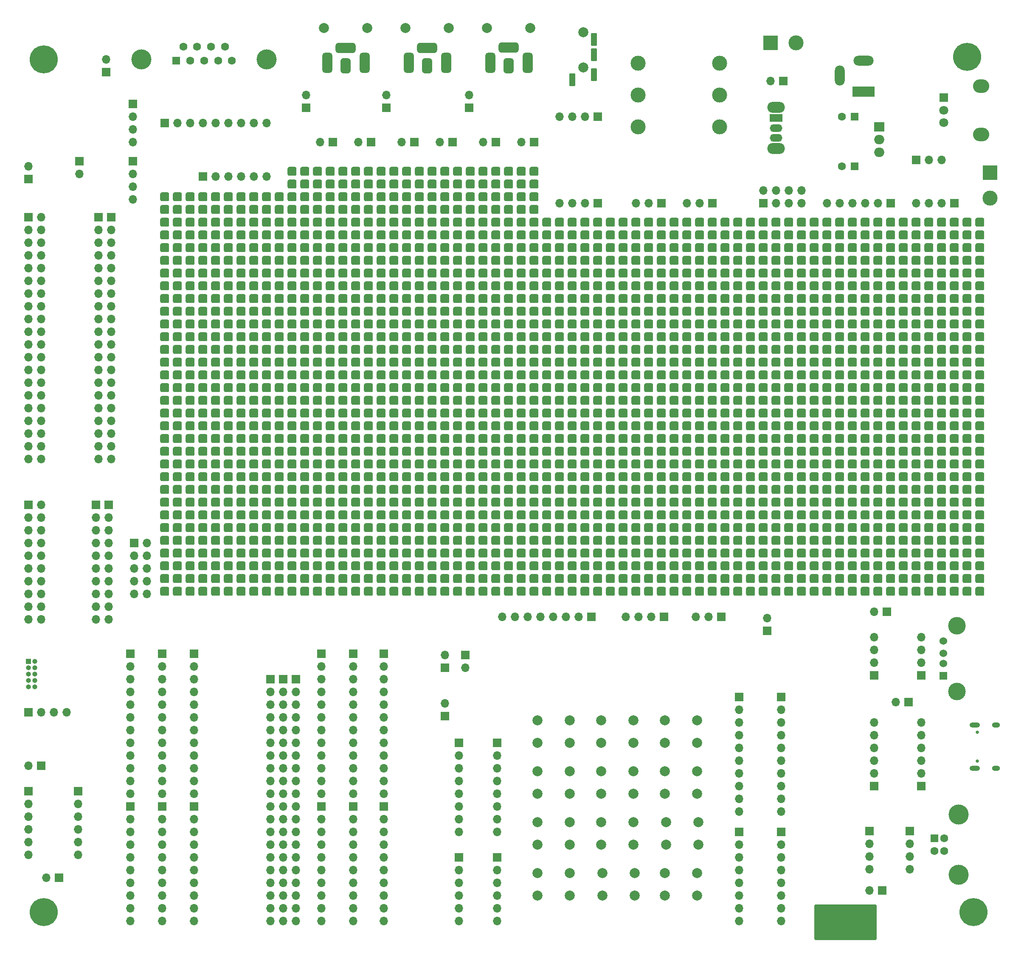
<source format=gbr>
%TF.GenerationSoftware,KiCad,Pcbnew,8.0.6*%
%TF.CreationDate,2025-03-30T13:11:56-03:00*%
%TF.ProjectId,ProtoConn,50726f74-6f43-46f6-9e6e-2e6b69636164,1.0*%
%TF.SameCoordinates,Original*%
%TF.FileFunction,Soldermask,Bot*%
%TF.FilePolarity,Negative*%
%FSLAX46Y46*%
G04 Gerber Fmt 4.6, Leading zero omitted, Abs format (unit mm)*
G04 Created by KiCad (PCBNEW 8.0.6) date 2025-03-30 13:11:56*
%MOMM*%
%LPD*%
G01*
G04 APERTURE LIST*
G04 Aperture macros list*
%AMRoundRect*
0 Rectangle with rounded corners*
0 $1 Rounding radius*
0 $2 $3 $4 $5 $6 $7 $8 $9 X,Y pos of 4 corners*
0 Add a 4 corners polygon primitive as box body*
4,1,4,$2,$3,$4,$5,$6,$7,$8,$9,$2,$3,0*
0 Add four circle primitives for the rounded corners*
1,1,$1+$1,$2,$3*
1,1,$1+$1,$4,$5*
1,1,$1+$1,$6,$7*
1,1,$1+$1,$8,$9*
0 Add four rect primitives between the rounded corners*
20,1,$1+$1,$2,$3,$4,$5,0*
20,1,$1+$1,$4,$5,$6,$7,0*
20,1,$1+$1,$6,$7,$8,$9,0*
20,1,$1+$1,$8,$9,$2,$3,0*%
G04 Aperture macros list end*
%ADD10C,0.508000*%
%ADD11RoundRect,0.291667X-0.597333X-0.597333X0.597333X-0.597333X0.597333X0.597333X-0.597333X0.597333X0*%
%ADD12C,2.000000*%
%ADD13R,1.700000X1.700000*%
%ADD14O,1.700000X1.700000*%
%ADD15O,3.240000X2.720000*%
%ADD16R,1.800000X1.800000*%
%ADD17C,1.800000*%
%ADD18RoundRect,0.187500X-0.412500X1.062500X-0.412500X-1.062500X0.412500X-1.062500X0.412500X1.062500X0*%
%ADD19R,1.600000X1.600000*%
%ADD20C,1.600000*%
%ADD21R,4.500000X2.000000*%
%ADD22O,4.000000X2.000000*%
%ADD23O,2.000000X4.000000*%
%ADD24R,3.000000X3.000000*%
%ADD25C,3.000000*%
%ADD26RoundRect,0.500000X0.500000X-1.500000X0.500000X1.500000X-0.500000X1.500000X-0.500000X-1.500000X0*%
%ADD27RoundRect,0.500000X0.500000X-1.000000X0.500000X1.000000X-0.500000X1.000000X-0.500000X-1.000000X0*%
%ADD28RoundRect,0.500000X-1.500000X-0.500000X1.500000X-0.500000X1.500000X0.500000X-1.500000X0.500000X0*%
%ADD29C,3.600000*%
%ADD30C,5.600000*%
%ADD31R,1.000000X1.000000*%
%ADD32O,1.000000X1.000000*%
%ADD33R,1.524000X1.524000*%
%ADD34C,1.524000*%
%ADD35C,3.500000*%
%ADD36C,4.000000*%
%ADD37O,3.500000X2.200000*%
%ADD38R,2.500000X1.500000*%
%ADD39O,2.500000X1.500000*%
%ADD40R,2.000000X1.905000*%
%ADD41O,2.000000X1.905000*%
%ADD42C,0.650000*%
%ADD43O,2.100000X1.000000*%
%ADD44O,1.600000X1.000000*%
G04 APERTURE END LIST*
D10*
X284734000Y-225298000D02*
X296672000Y-225298000D01*
X296672000Y-231902000D01*
X284734000Y-231902000D01*
X284734000Y-225298000D01*
G36*
X284734000Y-225298000D02*
G01*
X296672000Y-225298000D01*
X296672000Y-231902000D01*
X284734000Y-231902000D01*
X284734000Y-225298000D01*
G37*
D11*
%TO.C,REF\u002A\u002A*%
X193040000Y-83820000D03*
X195580000Y-83820000D03*
X198120000Y-83820000D03*
X200660000Y-83820000D03*
X203200000Y-83820000D03*
%TD*%
%TO.C,REF\u002A\u002A*%
X167640000Y-86360000D03*
X170180000Y-86360000D03*
X172720000Y-86360000D03*
X175260000Y-86360000D03*
X177800000Y-86360000D03*
%TD*%
%TO.C,REF\u002A\u002A*%
X307340000Y-127000000D03*
X307340000Y-129540000D03*
X307340000Y-132080000D03*
X307340000Y-134620000D03*
X307340000Y-137160000D03*
X309880000Y-127000000D03*
X309880000Y-129540000D03*
X309880000Y-132080000D03*
X309880000Y-134620000D03*
X309880000Y-137160000D03*
X312420000Y-127000000D03*
X312420000Y-129540000D03*
X312420000Y-132080000D03*
X312420000Y-134620000D03*
X312420000Y-137160000D03*
X314960000Y-127000000D03*
X314960000Y-129540000D03*
X314960000Y-132080000D03*
X314960000Y-134620000D03*
X314960000Y-137160000D03*
X317500000Y-127000000D03*
X317500000Y-129540000D03*
X317500000Y-132080000D03*
X317500000Y-134620000D03*
X317500000Y-137160000D03*
%TD*%
D12*
%TO.C,SW13*%
X261366000Y-213106000D03*
X254866000Y-213106000D03*
X261366000Y-208606000D03*
X254866000Y-208606000D03*
%TD*%
D13*
%TO.C,J74*%
X178562000Y-180081000D03*
D14*
X178562000Y-182621000D03*
X178562000Y-185161000D03*
X178562000Y-187701000D03*
X178562000Y-190241000D03*
X178562000Y-192781000D03*
X178562000Y-195321000D03*
X178562000Y-197861000D03*
X178562000Y-200401000D03*
X178562000Y-202941000D03*
X178562000Y-205481000D03*
X178562000Y-208021000D03*
X178562000Y-210561000D03*
X178562000Y-213101000D03*
X178562000Y-215641000D03*
X178562000Y-218181000D03*
X178562000Y-220721000D03*
X178562000Y-223261000D03*
X178562000Y-225801000D03*
X178562000Y-228341000D03*
%TD*%
D11*
%TO.C,REF\u002A\u002A*%
X154940000Y-139700000D03*
X154940000Y-142240000D03*
X154940000Y-144780000D03*
X154940000Y-147320000D03*
X154940000Y-149860000D03*
X154940000Y-152400000D03*
X154940000Y-154940000D03*
X154940000Y-157480000D03*
X154940000Y-160020000D03*
X154940000Y-162560000D03*
X157480000Y-139700000D03*
X157480000Y-142240000D03*
X157480000Y-144780000D03*
X157480000Y-147320000D03*
X157480000Y-149860000D03*
X157480000Y-152400000D03*
X157480000Y-154940000D03*
X157480000Y-157480000D03*
X157480000Y-160020000D03*
X157480000Y-162560000D03*
X160020000Y-139700000D03*
X160020000Y-142240000D03*
X160020000Y-144780000D03*
X160020000Y-147320000D03*
X160020000Y-149860000D03*
X160020000Y-152400000D03*
X160020000Y-154940000D03*
X160020000Y-157480000D03*
X160020000Y-160020000D03*
X160020000Y-162560000D03*
X162560000Y-139700000D03*
X162560000Y-142240000D03*
X162560000Y-144780000D03*
X162560000Y-147320000D03*
X162560000Y-149860000D03*
X162560000Y-152400000D03*
X162560000Y-154940000D03*
X162560000Y-157480000D03*
X162560000Y-160020000D03*
X162560000Y-162560000D03*
X165100000Y-139700000D03*
X165100000Y-142240000D03*
X165100000Y-144780000D03*
X165100000Y-147320000D03*
X165100000Y-149860000D03*
X165100000Y-152400000D03*
X165100000Y-154940000D03*
X165100000Y-157480000D03*
X165100000Y-160020000D03*
X165100000Y-162560000D03*
X167640000Y-139700000D03*
X167640000Y-142240000D03*
X167640000Y-144780000D03*
X167640000Y-147320000D03*
X167640000Y-149860000D03*
X167640000Y-152400000D03*
X167640000Y-154940000D03*
X167640000Y-157480000D03*
X167640000Y-160020000D03*
X167640000Y-162560000D03*
X170180000Y-139700000D03*
X170180000Y-142240000D03*
X170180000Y-144780000D03*
X170180000Y-147320000D03*
X170180000Y-149860000D03*
X170180000Y-152400000D03*
X170180000Y-154940000D03*
X170180000Y-157480000D03*
X170180000Y-160020000D03*
X170180000Y-162560000D03*
X172720000Y-139700000D03*
X172720000Y-142240000D03*
X172720000Y-144780000D03*
X172720000Y-147320000D03*
X172720000Y-149860000D03*
X172720000Y-152400000D03*
X172720000Y-154940000D03*
X172720000Y-157480000D03*
X172720000Y-160020000D03*
X172720000Y-162560000D03*
X175260000Y-139700000D03*
X175260000Y-142240000D03*
X175260000Y-144780000D03*
X175260000Y-147320000D03*
X175260000Y-149860000D03*
X175260000Y-152400000D03*
X175260000Y-154940000D03*
X175260000Y-157480000D03*
X175260000Y-160020000D03*
X175260000Y-162560000D03*
X177800000Y-139700000D03*
X177800000Y-142240000D03*
X177800000Y-144780000D03*
X177800000Y-147320000D03*
X177800000Y-149860000D03*
X177800000Y-152400000D03*
X177800000Y-154940000D03*
X177800000Y-157480000D03*
X177800000Y-160020000D03*
X177800000Y-162560000D03*
%TD*%
D13*
%TO.C,J76*%
X137922000Y-76708000D03*
D14*
X137922000Y-79248000D03*
%TD*%
D13*
%TO.C,J43*%
X212344000Y-72898000D03*
D14*
X209804000Y-72898000D03*
%TD*%
D15*
%TO.C,RV1*%
X317751000Y-61748000D03*
X317751000Y-71348000D03*
D16*
X310251000Y-64048000D03*
D17*
X310251000Y-66548000D03*
X310251000Y-69048000D03*
%TD*%
D13*
%TO.C,JP6*%
X183134000Y-66040000D03*
D14*
X183134000Y-63500000D03*
%TD*%
D11*
%TO.C,REF\u002A\u002A*%
X256540000Y-114300000D03*
X256540000Y-116840000D03*
X256540000Y-119380000D03*
X256540000Y-121920000D03*
X256540000Y-124460000D03*
X256540000Y-127000000D03*
X256540000Y-129540000D03*
X256540000Y-132080000D03*
X256540000Y-134620000D03*
X256540000Y-137160000D03*
X259080000Y-114300000D03*
X259080000Y-116840000D03*
X259080000Y-119380000D03*
X259080000Y-121920000D03*
X259080000Y-124460000D03*
X259080000Y-127000000D03*
X259080000Y-129540000D03*
X259080000Y-132080000D03*
X259080000Y-134620000D03*
X259080000Y-137160000D03*
X261620000Y-114300000D03*
X261620000Y-116840000D03*
X261620000Y-119380000D03*
X261620000Y-121920000D03*
X261620000Y-124460000D03*
X261620000Y-127000000D03*
X261620000Y-129540000D03*
X261620000Y-132080000D03*
X261620000Y-134620000D03*
X261620000Y-137160000D03*
X264160000Y-114300000D03*
X264160000Y-116840000D03*
X264160000Y-119380000D03*
X264160000Y-121920000D03*
X264160000Y-124460000D03*
X264160000Y-127000000D03*
X264160000Y-129540000D03*
X264160000Y-132080000D03*
X264160000Y-134620000D03*
X264160000Y-137160000D03*
X266700000Y-114300000D03*
X266700000Y-116840000D03*
X266700000Y-119380000D03*
X266700000Y-121920000D03*
X266700000Y-124460000D03*
X266700000Y-127000000D03*
X266700000Y-129540000D03*
X266700000Y-132080000D03*
X266700000Y-134620000D03*
X266700000Y-137160000D03*
X269240000Y-114300000D03*
X269240000Y-116840000D03*
X269240000Y-119380000D03*
X269240000Y-121920000D03*
X269240000Y-124460000D03*
X269240000Y-127000000D03*
X269240000Y-129540000D03*
X269240000Y-132080000D03*
X269240000Y-134620000D03*
X269240000Y-137160000D03*
X271780000Y-114300000D03*
X271780000Y-116840000D03*
X271780000Y-119380000D03*
X271780000Y-121920000D03*
X271780000Y-124460000D03*
X271780000Y-127000000D03*
X271780000Y-129540000D03*
X271780000Y-132080000D03*
X271780000Y-134620000D03*
X271780000Y-137160000D03*
X274320000Y-114300000D03*
X274320000Y-116840000D03*
X274320000Y-119380000D03*
X274320000Y-121920000D03*
X274320000Y-124460000D03*
X274320000Y-127000000D03*
X274320000Y-129540000D03*
X274320000Y-132080000D03*
X274320000Y-134620000D03*
X274320000Y-137160000D03*
X276860000Y-114300000D03*
X276860000Y-116840000D03*
X276860000Y-119380000D03*
X276860000Y-121920000D03*
X276860000Y-124460000D03*
X276860000Y-127000000D03*
X276860000Y-129540000D03*
X276860000Y-132080000D03*
X276860000Y-134620000D03*
X276860000Y-137160000D03*
X279400000Y-114300000D03*
X279400000Y-116840000D03*
X279400000Y-119380000D03*
X279400000Y-121920000D03*
X279400000Y-124460000D03*
X279400000Y-127000000D03*
X279400000Y-129540000D03*
X279400000Y-132080000D03*
X279400000Y-134620000D03*
X279400000Y-137160000D03*
%TD*%
D13*
%TO.C,J94*%
X277876000Y-210566000D03*
D14*
X277876000Y-213106000D03*
X277876000Y-215646000D03*
X277876000Y-218186000D03*
X277876000Y-220726000D03*
X277876000Y-223266000D03*
X277876000Y-225806000D03*
X277876000Y-228346000D03*
%TD*%
D13*
%TO.C,J30*%
X278222000Y-60702000D03*
D14*
X275682000Y-60702000D03*
%TD*%
D13*
%TO.C,J64*%
X160782000Y-175001000D03*
D14*
X160782000Y-177541000D03*
X160782000Y-180081000D03*
X160782000Y-182621000D03*
X160782000Y-185161000D03*
X160782000Y-187701000D03*
X160782000Y-190241000D03*
X160782000Y-192781000D03*
X160782000Y-195321000D03*
X160782000Y-197861000D03*
X160782000Y-200401000D03*
X160782000Y-202941000D03*
%TD*%
D12*
%TO.C,J9*%
X238338000Y-50986000D03*
X238338000Y-57986000D03*
D18*
X240538000Y-55436000D03*
X240538000Y-52436000D03*
X236138000Y-60436000D03*
X240538000Y-59436000D03*
%TD*%
D11*
%TO.C,REF\u002A\u002A*%
X154940000Y-88900000D03*
X154940000Y-91440000D03*
X154940000Y-93980000D03*
X154940000Y-96520000D03*
X154940000Y-99060000D03*
X154940000Y-101600000D03*
X154940000Y-104140000D03*
X154940000Y-106680000D03*
X154940000Y-109220000D03*
X154940000Y-111760000D03*
X157480000Y-88900000D03*
X157480000Y-91440000D03*
X157480000Y-93980000D03*
X157480000Y-96520000D03*
X157480000Y-99060000D03*
X157480000Y-101600000D03*
X157480000Y-104140000D03*
X157480000Y-106680000D03*
X157480000Y-109220000D03*
X157480000Y-111760000D03*
X160020000Y-88900000D03*
X160020000Y-91440000D03*
X160020000Y-93980000D03*
X160020000Y-96520000D03*
X160020000Y-99060000D03*
X160020000Y-101600000D03*
X160020000Y-104140000D03*
X160020000Y-106680000D03*
X160020000Y-109220000D03*
X160020000Y-111760000D03*
X162560000Y-88900000D03*
X162560000Y-91440000D03*
X162560000Y-93980000D03*
X162560000Y-96520000D03*
X162560000Y-99060000D03*
X162560000Y-101600000D03*
X162560000Y-104140000D03*
X162560000Y-106680000D03*
X162560000Y-109220000D03*
X162560000Y-111760000D03*
X165100000Y-88900000D03*
X165100000Y-91440000D03*
X165100000Y-93980000D03*
X165100000Y-96520000D03*
X165100000Y-99060000D03*
X165100000Y-101600000D03*
X165100000Y-104140000D03*
X165100000Y-106680000D03*
X165100000Y-109220000D03*
X165100000Y-111760000D03*
X167640000Y-88900000D03*
X167640000Y-91440000D03*
X167640000Y-93980000D03*
X167640000Y-96520000D03*
X167640000Y-99060000D03*
X167640000Y-101600000D03*
X167640000Y-104140000D03*
X167640000Y-106680000D03*
X167640000Y-109220000D03*
X167640000Y-111760000D03*
X170180000Y-88900000D03*
X170180000Y-91440000D03*
X170180000Y-93980000D03*
X170180000Y-96520000D03*
X170180000Y-99060000D03*
X170180000Y-101600000D03*
X170180000Y-104140000D03*
X170180000Y-106680000D03*
X170180000Y-109220000D03*
X170180000Y-111760000D03*
X172720000Y-88900000D03*
X172720000Y-91440000D03*
X172720000Y-93980000D03*
X172720000Y-96520000D03*
X172720000Y-99060000D03*
X172720000Y-101600000D03*
X172720000Y-104140000D03*
X172720000Y-106680000D03*
X172720000Y-109220000D03*
X172720000Y-111760000D03*
X175260000Y-88900000D03*
X175260000Y-91440000D03*
X175260000Y-93980000D03*
X175260000Y-96520000D03*
X175260000Y-99060000D03*
X175260000Y-101600000D03*
X175260000Y-104140000D03*
X175260000Y-106680000D03*
X175260000Y-109220000D03*
X175260000Y-111760000D03*
X177800000Y-88900000D03*
X177800000Y-91440000D03*
X177800000Y-93980000D03*
X177800000Y-96520000D03*
X177800000Y-99060000D03*
X177800000Y-101600000D03*
X177800000Y-104140000D03*
X177800000Y-106680000D03*
X177800000Y-109220000D03*
X177800000Y-111760000D03*
%TD*%
D13*
%TO.C,J24*%
X154940000Y-69088000D03*
D14*
X157480000Y-69088000D03*
X160020000Y-69088000D03*
X162560000Y-69088000D03*
X165100000Y-69088000D03*
X167640000Y-69088000D03*
X170180000Y-69088000D03*
X172720000Y-69088000D03*
X175260000Y-69088000D03*
%TD*%
D13*
%TO.C,J48*%
X188468000Y-72898000D03*
D14*
X185928000Y-72898000D03*
%TD*%
D12*
%TO.C,SW8*%
X248412000Y-202946000D03*
X241912000Y-202946000D03*
X248412000Y-198446000D03*
X241912000Y-198446000D03*
%TD*%
D13*
%TO.C,JP12*%
X127762000Y-80264000D03*
D14*
X127762000Y-77724000D03*
%TD*%
D19*
%TO.C,C5*%
X292446000Y-77720000D03*
D20*
X289946000Y-77720000D03*
%TD*%
D13*
%TO.C,J32*%
X274320000Y-85090000D03*
D14*
X274320000Y-82550000D03*
X276860000Y-85090000D03*
X276860000Y-82550000D03*
X279400000Y-85090000D03*
X279400000Y-82550000D03*
X281940000Y-85090000D03*
X281940000Y-82550000D03*
%TD*%
D11*
%TO.C,REF\u002A\u002A*%
X218440000Y-83820000D03*
X220980000Y-83820000D03*
X223520000Y-83820000D03*
X226060000Y-83820000D03*
X228600000Y-83820000D03*
%TD*%
D13*
%TO.C,J22*%
X148590000Y-65278000D03*
D14*
X148590000Y-67818000D03*
X148590000Y-70358000D03*
X148590000Y-72898000D03*
%TD*%
D11*
%TO.C,REF\u002A\u002A*%
X180340000Y-83820000D03*
X182880000Y-83820000D03*
X185420000Y-83820000D03*
X187960000Y-83820000D03*
X190500000Y-83820000D03*
%TD*%
D13*
%TO.C,J70*%
X192532000Y-205481000D03*
D14*
X192532000Y-208021000D03*
X192532000Y-210561000D03*
X192532000Y-213101000D03*
X192532000Y-215641000D03*
X192532000Y-218181000D03*
X192532000Y-220721000D03*
X192532000Y-223261000D03*
X192532000Y-225801000D03*
X192532000Y-228341000D03*
%TD*%
D12*
%TO.C,SW10*%
X248666000Y-223266000D03*
X242166000Y-223266000D03*
X248666000Y-218766000D03*
X242166000Y-218766000D03*
%TD*%
D13*
%TO.C,JP5*%
X143256000Y-58928000D03*
D14*
X143256000Y-56388000D03*
%TD*%
D13*
%TO.C,J44*%
X228600000Y-72898000D03*
D14*
X226060000Y-72898000D03*
%TD*%
D11*
%TO.C,REF\u002A\u002A*%
X281940000Y-114300000D03*
X281940000Y-116840000D03*
X281940000Y-119380000D03*
X281940000Y-121920000D03*
X281940000Y-124460000D03*
X281940000Y-127000000D03*
X281940000Y-129540000D03*
X281940000Y-132080000D03*
X281940000Y-134620000D03*
X281940000Y-137160000D03*
X284480000Y-114300000D03*
X284480000Y-116840000D03*
X284480000Y-119380000D03*
X284480000Y-121920000D03*
X284480000Y-124460000D03*
X284480000Y-127000000D03*
X284480000Y-129540000D03*
X284480000Y-132080000D03*
X284480000Y-134620000D03*
X284480000Y-137160000D03*
X287020000Y-114300000D03*
X287020000Y-116840000D03*
X287020000Y-119380000D03*
X287020000Y-121920000D03*
X287020000Y-124460000D03*
X287020000Y-127000000D03*
X287020000Y-129540000D03*
X287020000Y-132080000D03*
X287020000Y-134620000D03*
X287020000Y-137160000D03*
X289560000Y-114300000D03*
X289560000Y-116840000D03*
X289560000Y-119380000D03*
X289560000Y-121920000D03*
X289560000Y-124460000D03*
X289560000Y-127000000D03*
X289560000Y-129540000D03*
X289560000Y-132080000D03*
X289560000Y-134620000D03*
X289560000Y-137160000D03*
X292100000Y-114300000D03*
X292100000Y-116840000D03*
X292100000Y-119380000D03*
X292100000Y-121920000D03*
X292100000Y-124460000D03*
X292100000Y-127000000D03*
X292100000Y-129540000D03*
X292100000Y-132080000D03*
X292100000Y-134620000D03*
X292100000Y-137160000D03*
X294640000Y-114300000D03*
X294640000Y-116840000D03*
X294640000Y-119380000D03*
X294640000Y-121920000D03*
X294640000Y-124460000D03*
X294640000Y-127000000D03*
X294640000Y-129540000D03*
X294640000Y-132080000D03*
X294640000Y-134620000D03*
X294640000Y-137160000D03*
X297180000Y-114300000D03*
X297180000Y-116840000D03*
X297180000Y-119380000D03*
X297180000Y-121920000D03*
X297180000Y-124460000D03*
X297180000Y-127000000D03*
X297180000Y-129540000D03*
X297180000Y-132080000D03*
X297180000Y-134620000D03*
X297180000Y-137160000D03*
X299720000Y-114300000D03*
X299720000Y-116840000D03*
X299720000Y-119380000D03*
X299720000Y-121920000D03*
X299720000Y-124460000D03*
X299720000Y-127000000D03*
X299720000Y-129540000D03*
X299720000Y-132080000D03*
X299720000Y-134620000D03*
X299720000Y-137160000D03*
X302260000Y-114300000D03*
X302260000Y-116840000D03*
X302260000Y-119380000D03*
X302260000Y-121920000D03*
X302260000Y-124460000D03*
X302260000Y-127000000D03*
X302260000Y-129540000D03*
X302260000Y-132080000D03*
X302260000Y-134620000D03*
X302260000Y-137160000D03*
X304800000Y-114300000D03*
X304800000Y-116840000D03*
X304800000Y-119380000D03*
X304800000Y-121920000D03*
X304800000Y-124460000D03*
X304800000Y-127000000D03*
X304800000Y-129540000D03*
X304800000Y-132080000D03*
X304800000Y-134620000D03*
X304800000Y-137160000D03*
%TD*%
D21*
%TO.C,J26*%
X294224000Y-62838000D03*
D22*
X294224000Y-56638000D03*
D23*
X289524000Y-59638000D03*
%TD*%
D13*
%TO.C,J98*%
X304800000Y-76454000D03*
D14*
X307340000Y-76454000D03*
X309880000Y-76454000D03*
%TD*%
D13*
%TO.C,JP13*%
X130302000Y-197358000D03*
D14*
X127762000Y-197358000D03*
%TD*%
D11*
%TO.C,REF\u002A\u002A*%
X205740000Y-88900000D03*
X205740000Y-91440000D03*
X205740000Y-93980000D03*
X205740000Y-96520000D03*
X205740000Y-99060000D03*
X205740000Y-101600000D03*
X205740000Y-104140000D03*
X205740000Y-106680000D03*
X205740000Y-109220000D03*
X205740000Y-111760000D03*
X208280000Y-88900000D03*
X208280000Y-91440000D03*
X208280000Y-93980000D03*
X208280000Y-96520000D03*
X208280000Y-99060000D03*
X208280000Y-101600000D03*
X208280000Y-104140000D03*
X208280000Y-106680000D03*
X208280000Y-109220000D03*
X208280000Y-111760000D03*
X210820000Y-88900000D03*
X210820000Y-91440000D03*
X210820000Y-93980000D03*
X210820000Y-96520000D03*
X210820000Y-99060000D03*
X210820000Y-101600000D03*
X210820000Y-104140000D03*
X210820000Y-106680000D03*
X210820000Y-109220000D03*
X210820000Y-111760000D03*
X213360000Y-88900000D03*
X213360000Y-91440000D03*
X213360000Y-93980000D03*
X213360000Y-96520000D03*
X213360000Y-99060000D03*
X213360000Y-101600000D03*
X213360000Y-104140000D03*
X213360000Y-106680000D03*
X213360000Y-109220000D03*
X213360000Y-111760000D03*
X215900000Y-88900000D03*
X215900000Y-91440000D03*
X215900000Y-93980000D03*
X215900000Y-96520000D03*
X215900000Y-99060000D03*
X215900000Y-101600000D03*
X215900000Y-104140000D03*
X215900000Y-106680000D03*
X215900000Y-109220000D03*
X215900000Y-111760000D03*
X218440000Y-88900000D03*
X218440000Y-91440000D03*
X218440000Y-93980000D03*
X218440000Y-96520000D03*
X218440000Y-99060000D03*
X218440000Y-101600000D03*
X218440000Y-104140000D03*
X218440000Y-106680000D03*
X218440000Y-109220000D03*
X218440000Y-111760000D03*
X220980000Y-88900000D03*
X220980000Y-91440000D03*
X220980000Y-93980000D03*
X220980000Y-96520000D03*
X220980000Y-99060000D03*
X220980000Y-101600000D03*
X220980000Y-104140000D03*
X220980000Y-106680000D03*
X220980000Y-109220000D03*
X220980000Y-111760000D03*
X223520000Y-88900000D03*
X223520000Y-91440000D03*
X223520000Y-93980000D03*
X223520000Y-96520000D03*
X223520000Y-99060000D03*
X223520000Y-101600000D03*
X223520000Y-104140000D03*
X223520000Y-106680000D03*
X223520000Y-109220000D03*
X223520000Y-111760000D03*
X226060000Y-88900000D03*
X226060000Y-91440000D03*
X226060000Y-93980000D03*
X226060000Y-96520000D03*
X226060000Y-99060000D03*
X226060000Y-101600000D03*
X226060000Y-104140000D03*
X226060000Y-106680000D03*
X226060000Y-109220000D03*
X226060000Y-111760000D03*
X228600000Y-88900000D03*
X228600000Y-91440000D03*
X228600000Y-93980000D03*
X228600000Y-96520000D03*
X228600000Y-99060000D03*
X228600000Y-101600000D03*
X228600000Y-104140000D03*
X228600000Y-106680000D03*
X228600000Y-109220000D03*
X228600000Y-111760000D03*
%TD*%
%TO.C,REF\u002A\u002A*%
X180340000Y-81280000D03*
X182880000Y-81280000D03*
X185420000Y-81280000D03*
X187960000Y-81280000D03*
X190500000Y-81280000D03*
%TD*%
%TO.C,REF\u002A\u002A*%
X307340000Y-101600000D03*
X307340000Y-104140000D03*
X307340000Y-106680000D03*
X307340000Y-109220000D03*
X307340000Y-111760000D03*
X309880000Y-101600000D03*
X309880000Y-104140000D03*
X309880000Y-106680000D03*
X309880000Y-109220000D03*
X309880000Y-111760000D03*
X312420000Y-101600000D03*
X312420000Y-104140000D03*
X312420000Y-106680000D03*
X312420000Y-109220000D03*
X312420000Y-111760000D03*
X314960000Y-101600000D03*
X314960000Y-104140000D03*
X314960000Y-106680000D03*
X314960000Y-109220000D03*
X314960000Y-111760000D03*
X317500000Y-101600000D03*
X317500000Y-104140000D03*
X317500000Y-106680000D03*
X317500000Y-109220000D03*
X317500000Y-111760000D03*
%TD*%
D13*
%TO.C,J89*%
X221234000Y-192786000D03*
D14*
X221234000Y-195326000D03*
X221234000Y-197866000D03*
X221234000Y-200406000D03*
X221234000Y-202946000D03*
X221234000Y-205486000D03*
X221234000Y-208026000D03*
X221234000Y-210566000D03*
%TD*%
D11*
%TO.C,REF\u002A\u002A*%
X180340000Y-86360000D03*
X182880000Y-86360000D03*
X185420000Y-86360000D03*
X187960000Y-86360000D03*
X190500000Y-86360000D03*
%TD*%
D24*
%TO.C,J95*%
X319532000Y-78994000D03*
D25*
X319532000Y-84074000D03*
%TD*%
D11*
%TO.C,REF\u002A\u002A*%
X218440000Y-81280000D03*
X220980000Y-81280000D03*
X223520000Y-81280000D03*
X226060000Y-81280000D03*
X228600000Y-81280000D03*
%TD*%
D12*
%TO.C,J39*%
X186690000Y-50164000D03*
X195326000Y-50164000D03*
D26*
X187308000Y-57102000D03*
D27*
X191008000Y-57702000D03*
D26*
X194808000Y-57102000D03*
D28*
X191008000Y-54102000D03*
%TD*%
D11*
%TO.C,REF\u002A\u002A*%
X154940000Y-86360000D03*
X157480000Y-86360000D03*
X160020000Y-86360000D03*
X162560000Y-86360000D03*
X165100000Y-86360000D03*
%TD*%
D29*
%TO.C,H3*%
X314960000Y-55880000D03*
D30*
X314960000Y-55880000D03*
%TD*%
D11*
%TO.C,REF\u002A\u002A*%
X218440000Y-78740000D03*
X220980000Y-78740000D03*
X223520000Y-78740000D03*
X226060000Y-78740000D03*
X228600000Y-78740000D03*
%TD*%
D13*
%TO.C,J97*%
X312420000Y-85090000D03*
D14*
X309880000Y-85090000D03*
X307340000Y-85090000D03*
X304800000Y-85090000D03*
%TD*%
D13*
%TO.C,J84*%
X148844000Y-152908000D03*
D14*
X151384000Y-152908000D03*
X148844000Y-155448000D03*
X151384000Y-155448000D03*
X148844000Y-157988000D03*
X151384000Y-157988000D03*
X148844000Y-160528000D03*
X151384000Y-160528000D03*
X148844000Y-163068000D03*
X151384000Y-163068000D03*
%TD*%
D13*
%TO.C,J87*%
X213614000Y-192786000D03*
D14*
X213614000Y-195326000D03*
X213614000Y-197866000D03*
X213614000Y-200406000D03*
X213614000Y-202946000D03*
X213614000Y-205486000D03*
X213614000Y-208026000D03*
X213614000Y-210566000D03*
%TD*%
D24*
%TO.C,J28*%
X275682000Y-53082000D03*
D25*
X280762000Y-53082000D03*
%TD*%
D31*
%TO.C,J82*%
X127762000Y-176530000D03*
D32*
X129032000Y-176530000D03*
X127762000Y-177800000D03*
X129032000Y-177800000D03*
X127762000Y-179070000D03*
X129032000Y-179070000D03*
X127762000Y-180340000D03*
X129032000Y-180340000D03*
X127762000Y-181610000D03*
X129032000Y-181610000D03*
%TD*%
D11*
%TO.C,REF\u002A\u002A*%
X180340000Y-88900000D03*
X180340000Y-91440000D03*
X180340000Y-93980000D03*
X180340000Y-96520000D03*
X180340000Y-99060000D03*
X180340000Y-101600000D03*
X180340000Y-104140000D03*
X180340000Y-106680000D03*
X180340000Y-109220000D03*
X180340000Y-111760000D03*
X182880000Y-88900000D03*
X182880000Y-91440000D03*
X182880000Y-93980000D03*
X182880000Y-96520000D03*
X182880000Y-99060000D03*
X182880000Y-101600000D03*
X182880000Y-104140000D03*
X182880000Y-106680000D03*
X182880000Y-109220000D03*
X182880000Y-111760000D03*
X185420000Y-88900000D03*
X185420000Y-91440000D03*
X185420000Y-93980000D03*
X185420000Y-96520000D03*
X185420000Y-99060000D03*
X185420000Y-101600000D03*
X185420000Y-104140000D03*
X185420000Y-106680000D03*
X185420000Y-109220000D03*
X185420000Y-111760000D03*
X187960000Y-88900000D03*
X187960000Y-91440000D03*
X187960000Y-93980000D03*
X187960000Y-96520000D03*
X187960000Y-99060000D03*
X187960000Y-101600000D03*
X187960000Y-104140000D03*
X187960000Y-106680000D03*
X187960000Y-109220000D03*
X187960000Y-111760000D03*
X190500000Y-88900000D03*
X190500000Y-91440000D03*
X190500000Y-93980000D03*
X190500000Y-96520000D03*
X190500000Y-99060000D03*
X190500000Y-101600000D03*
X190500000Y-104140000D03*
X190500000Y-106680000D03*
X190500000Y-109220000D03*
X190500000Y-111760000D03*
X193040000Y-88900000D03*
X193040000Y-91440000D03*
X193040000Y-93980000D03*
X193040000Y-96520000D03*
X193040000Y-99060000D03*
X193040000Y-101600000D03*
X193040000Y-104140000D03*
X193040000Y-106680000D03*
X193040000Y-109220000D03*
X193040000Y-111760000D03*
X195580000Y-88900000D03*
X195580000Y-91440000D03*
X195580000Y-93980000D03*
X195580000Y-96520000D03*
X195580000Y-99060000D03*
X195580000Y-101600000D03*
X195580000Y-104140000D03*
X195580000Y-106680000D03*
X195580000Y-109220000D03*
X195580000Y-111760000D03*
X198120000Y-88900000D03*
X198120000Y-91440000D03*
X198120000Y-93980000D03*
X198120000Y-96520000D03*
X198120000Y-99060000D03*
X198120000Y-101600000D03*
X198120000Y-104140000D03*
X198120000Y-106680000D03*
X198120000Y-109220000D03*
X198120000Y-111760000D03*
X200660000Y-88900000D03*
X200660000Y-91440000D03*
X200660000Y-93980000D03*
X200660000Y-96520000D03*
X200660000Y-99060000D03*
X200660000Y-101600000D03*
X200660000Y-104140000D03*
X200660000Y-106680000D03*
X200660000Y-109220000D03*
X200660000Y-111760000D03*
X203200000Y-88900000D03*
X203200000Y-91440000D03*
X203200000Y-93980000D03*
X203200000Y-96520000D03*
X203200000Y-99060000D03*
X203200000Y-101600000D03*
X203200000Y-104140000D03*
X203200000Y-106680000D03*
X203200000Y-109220000D03*
X203200000Y-111760000D03*
%TD*%
%TO.C,REF\u002A\u002A*%
X307340000Y-88900000D03*
X307340000Y-91440000D03*
X307340000Y-93980000D03*
X307340000Y-96520000D03*
X307340000Y-99060000D03*
X309880000Y-88900000D03*
X309880000Y-91440000D03*
X309880000Y-93980000D03*
X309880000Y-96520000D03*
X309880000Y-99060000D03*
X312420000Y-88900000D03*
X312420000Y-91440000D03*
X312420000Y-93980000D03*
X312420000Y-96520000D03*
X312420000Y-99060000D03*
X314960000Y-88900000D03*
X314960000Y-91440000D03*
X314960000Y-93980000D03*
X314960000Y-96520000D03*
X314960000Y-99060000D03*
X317500000Y-88900000D03*
X317500000Y-91440000D03*
X317500000Y-93980000D03*
X317500000Y-96520000D03*
X317500000Y-99060000D03*
%TD*%
D13*
%TO.C,J34*%
X299720000Y-85090000D03*
D14*
X297180000Y-85090000D03*
X294640000Y-85090000D03*
X292100000Y-85090000D03*
X289560000Y-85090000D03*
X287020000Y-85090000D03*
%TD*%
D13*
%TO.C,J18*%
X305816000Y-201422000D03*
D14*
X305816000Y-198882000D03*
X305816000Y-196342000D03*
X305816000Y-193802000D03*
X305816000Y-191262000D03*
X305816000Y-188722000D03*
%TD*%
D29*
%TO.C,H4*%
X130810000Y-226568000D03*
D30*
X130810000Y-226568000D03*
%TD*%
D13*
%TO.C,J73*%
X198628000Y-175001000D03*
D14*
X198628000Y-177541000D03*
X198628000Y-180081000D03*
X198628000Y-182621000D03*
X198628000Y-185161000D03*
X198628000Y-187701000D03*
X198628000Y-190241000D03*
X198628000Y-192781000D03*
X198628000Y-195321000D03*
X198628000Y-197861000D03*
X198628000Y-200401000D03*
X198628000Y-202941000D03*
%TD*%
D13*
%TO.C,J14*%
X296418000Y-179324000D03*
D14*
X296418000Y-176784000D03*
X296418000Y-174244000D03*
X296418000Y-171704000D03*
%TD*%
D13*
%TO.C,J4*%
X264160000Y-85090000D03*
D14*
X261620000Y-85090000D03*
X259080000Y-85090000D03*
%TD*%
D13*
%TO.C,J38*%
X265938000Y-167640000D03*
D14*
X263398000Y-167640000D03*
X260858000Y-167640000D03*
%TD*%
D13*
%TO.C,J65*%
X160782000Y-205481000D03*
D14*
X160782000Y-208021000D03*
X160782000Y-210561000D03*
X160782000Y-213101000D03*
X160782000Y-215641000D03*
X160782000Y-218181000D03*
X160782000Y-220721000D03*
X160782000Y-223261000D03*
X160782000Y-225801000D03*
X160782000Y-228341000D03*
%TD*%
D13*
%TO.C,J85*%
X143764000Y-145288000D03*
D14*
X143764000Y-147828000D03*
X143764000Y-150368000D03*
X143764000Y-152908000D03*
X143764000Y-155448000D03*
X143764000Y-157988000D03*
X143764000Y-160528000D03*
X143764000Y-163068000D03*
X143764000Y-165608000D03*
X143764000Y-168148000D03*
%TD*%
D33*
%TO.C,J1*%
X310160500Y-179454000D03*
D34*
X310160500Y-176954000D03*
X310160500Y-174954000D03*
X310160500Y-172454000D03*
D35*
X312870500Y-182524000D03*
X312870500Y-169384000D03*
%TD*%
D13*
%TO.C,J21*%
X296418000Y-201422000D03*
D14*
X296418000Y-198882000D03*
X296418000Y-196342000D03*
X296418000Y-193802000D03*
X296418000Y-191262000D03*
X296418000Y-188722000D03*
%TD*%
D12*
%TO.C,SW6*%
X235712000Y-223266000D03*
X229212000Y-223266000D03*
X235712000Y-218766000D03*
X229212000Y-218766000D03*
%TD*%
%TO.C,SW7*%
X248412000Y-192786000D03*
X241912000Y-192786000D03*
X248412000Y-188286000D03*
X241912000Y-188286000D03*
%TD*%
D13*
%TO.C,J63*%
X154432000Y-175001000D03*
D14*
X154432000Y-177541000D03*
X154432000Y-180081000D03*
X154432000Y-182621000D03*
X154432000Y-185161000D03*
X154432000Y-187701000D03*
X154432000Y-190241000D03*
X154432000Y-192781000D03*
X154432000Y-195321000D03*
X154432000Y-197861000D03*
X154432000Y-200401000D03*
X154432000Y-202941000D03*
%TD*%
D13*
%TO.C,J51*%
X214884000Y-175260000D03*
D14*
X214884000Y-177800000D03*
%TD*%
D11*
%TO.C,REF\u002A\u002A*%
X180340000Y-114300000D03*
X180340000Y-116840000D03*
X180340000Y-119380000D03*
X180340000Y-121920000D03*
X180340000Y-124460000D03*
X180340000Y-127000000D03*
X180340000Y-129540000D03*
X180340000Y-132080000D03*
X180340000Y-134620000D03*
X180340000Y-137160000D03*
X182880000Y-114300000D03*
X182880000Y-116840000D03*
X182880000Y-119380000D03*
X182880000Y-121920000D03*
X182880000Y-124460000D03*
X182880000Y-127000000D03*
X182880000Y-129540000D03*
X182880000Y-132080000D03*
X182880000Y-134620000D03*
X182880000Y-137160000D03*
X185420000Y-114300000D03*
X185420000Y-116840000D03*
X185420000Y-119380000D03*
X185420000Y-121920000D03*
X185420000Y-124460000D03*
X185420000Y-127000000D03*
X185420000Y-129540000D03*
X185420000Y-132080000D03*
X185420000Y-134620000D03*
X185420000Y-137160000D03*
X187960000Y-114300000D03*
X187960000Y-116840000D03*
X187960000Y-119380000D03*
X187960000Y-121920000D03*
X187960000Y-124460000D03*
X187960000Y-127000000D03*
X187960000Y-129540000D03*
X187960000Y-132080000D03*
X187960000Y-134620000D03*
X187960000Y-137160000D03*
X190500000Y-114300000D03*
X190500000Y-116840000D03*
X190500000Y-119380000D03*
X190500000Y-121920000D03*
X190500000Y-124460000D03*
X190500000Y-127000000D03*
X190500000Y-129540000D03*
X190500000Y-132080000D03*
X190500000Y-134620000D03*
X190500000Y-137160000D03*
X193040000Y-114300000D03*
X193040000Y-116840000D03*
X193040000Y-119380000D03*
X193040000Y-121920000D03*
X193040000Y-124460000D03*
X193040000Y-127000000D03*
X193040000Y-129540000D03*
X193040000Y-132080000D03*
X193040000Y-134620000D03*
X193040000Y-137160000D03*
X195580000Y-114300000D03*
X195580000Y-116840000D03*
X195580000Y-119380000D03*
X195580000Y-121920000D03*
X195580000Y-124460000D03*
X195580000Y-127000000D03*
X195580000Y-129540000D03*
X195580000Y-132080000D03*
X195580000Y-134620000D03*
X195580000Y-137160000D03*
X198120000Y-114300000D03*
X198120000Y-116840000D03*
X198120000Y-119380000D03*
X198120000Y-121920000D03*
X198120000Y-124460000D03*
X198120000Y-127000000D03*
X198120000Y-129540000D03*
X198120000Y-132080000D03*
X198120000Y-134620000D03*
X198120000Y-137160000D03*
X200660000Y-114300000D03*
X200660000Y-116840000D03*
X200660000Y-119380000D03*
X200660000Y-121920000D03*
X200660000Y-124460000D03*
X200660000Y-127000000D03*
X200660000Y-129540000D03*
X200660000Y-132080000D03*
X200660000Y-134620000D03*
X200660000Y-137160000D03*
X203200000Y-114300000D03*
X203200000Y-116840000D03*
X203200000Y-119380000D03*
X203200000Y-121920000D03*
X203200000Y-124460000D03*
X203200000Y-127000000D03*
X203200000Y-129540000D03*
X203200000Y-132080000D03*
X203200000Y-134620000D03*
X203200000Y-137160000D03*
%TD*%
D12*
%TO.C,J40*%
X202946000Y-50164000D03*
X211582000Y-50164000D03*
D26*
X203564000Y-57102000D03*
D27*
X207264000Y-57702000D03*
D26*
X211064000Y-57102000D03*
D28*
X207264000Y-54102000D03*
%TD*%
D13*
%TO.C,J42*%
X196088000Y-72898000D03*
D14*
X193548000Y-72898000D03*
%TD*%
D13*
%TO.C,JP14*%
X210820000Y-187452000D03*
D14*
X210820000Y-184912000D03*
%TD*%
D25*
%TO.C,J3*%
X265544000Y-63468000D03*
X249314000Y-63468000D03*
X265544000Y-69818000D03*
X249314000Y-69818000D03*
X265544000Y-57118000D03*
X249314000Y-57118000D03*
%TD*%
D36*
%TO.C,J23*%
X175260000Y-56388000D03*
X150260000Y-56388000D03*
D19*
X157220000Y-56688000D03*
D20*
X159990000Y-56688000D03*
X162760000Y-56688000D03*
X165530000Y-56688000D03*
X168300000Y-56688000D03*
X158605000Y-53848000D03*
X161375000Y-53848000D03*
X164145000Y-53848000D03*
X166915000Y-53848000D03*
%TD*%
D11*
%TO.C,REF\u002A\u002A*%
X256540000Y-139700000D03*
X256540000Y-142240000D03*
X256540000Y-144780000D03*
X256540000Y-147320000D03*
X256540000Y-149860000D03*
X256540000Y-152400000D03*
X256540000Y-154940000D03*
X256540000Y-157480000D03*
X256540000Y-160020000D03*
X256540000Y-162560000D03*
X259080000Y-139700000D03*
X259080000Y-142240000D03*
X259080000Y-144780000D03*
X259080000Y-147320000D03*
X259080000Y-149860000D03*
X259080000Y-152400000D03*
X259080000Y-154940000D03*
X259080000Y-157480000D03*
X259080000Y-160020000D03*
X259080000Y-162560000D03*
X261620000Y-139700000D03*
X261620000Y-142240000D03*
X261620000Y-144780000D03*
X261620000Y-147320000D03*
X261620000Y-149860000D03*
X261620000Y-152400000D03*
X261620000Y-154940000D03*
X261620000Y-157480000D03*
X261620000Y-160020000D03*
X261620000Y-162560000D03*
X264160000Y-139700000D03*
X264160000Y-142240000D03*
X264160000Y-144780000D03*
X264160000Y-147320000D03*
X264160000Y-149860000D03*
X264160000Y-152400000D03*
X264160000Y-154940000D03*
X264160000Y-157480000D03*
X264160000Y-160020000D03*
X264160000Y-162560000D03*
X266700000Y-139700000D03*
X266700000Y-142240000D03*
X266700000Y-144780000D03*
X266700000Y-147320000D03*
X266700000Y-149860000D03*
X266700000Y-152400000D03*
X266700000Y-154940000D03*
X266700000Y-157480000D03*
X266700000Y-160020000D03*
X266700000Y-162560000D03*
X269240000Y-139700000D03*
X269240000Y-142240000D03*
X269240000Y-144780000D03*
X269240000Y-147320000D03*
X269240000Y-149860000D03*
X269240000Y-152400000D03*
X269240000Y-154940000D03*
X269240000Y-157480000D03*
X269240000Y-160020000D03*
X269240000Y-162560000D03*
X271780000Y-139700000D03*
X271780000Y-142240000D03*
X271780000Y-144780000D03*
X271780000Y-147320000D03*
X271780000Y-149860000D03*
X271780000Y-152400000D03*
X271780000Y-154940000D03*
X271780000Y-157480000D03*
X271780000Y-160020000D03*
X271780000Y-162560000D03*
X274320000Y-139700000D03*
X274320000Y-142240000D03*
X274320000Y-144780000D03*
X274320000Y-147320000D03*
X274320000Y-149860000D03*
X274320000Y-152400000D03*
X274320000Y-154940000D03*
X274320000Y-157480000D03*
X274320000Y-160020000D03*
X274320000Y-162560000D03*
X276860000Y-139700000D03*
X276860000Y-142240000D03*
X276860000Y-144780000D03*
X276860000Y-147320000D03*
X276860000Y-149860000D03*
X276860000Y-152400000D03*
X276860000Y-154940000D03*
X276860000Y-157480000D03*
X276860000Y-160020000D03*
X276860000Y-162560000D03*
X279400000Y-139700000D03*
X279400000Y-142240000D03*
X279400000Y-144780000D03*
X279400000Y-147320000D03*
X279400000Y-149860000D03*
X279400000Y-152400000D03*
X279400000Y-154940000D03*
X279400000Y-157480000D03*
X279400000Y-160020000D03*
X279400000Y-162560000D03*
%TD*%
D13*
%TO.C,J53*%
X241300000Y-67787000D03*
D14*
X238760000Y-67787000D03*
X236220000Y-67787000D03*
X233680000Y-67787000D03*
%TD*%
D11*
%TO.C,REF\u002A\u002A*%
X180340000Y-139700000D03*
X180340000Y-142240000D03*
X180340000Y-144780000D03*
X180340000Y-147320000D03*
X180340000Y-149860000D03*
X180340000Y-152400000D03*
X180340000Y-154940000D03*
X180340000Y-157480000D03*
X180340000Y-160020000D03*
X180340000Y-162560000D03*
X182880000Y-139700000D03*
X182880000Y-142240000D03*
X182880000Y-144780000D03*
X182880000Y-147320000D03*
X182880000Y-149860000D03*
X182880000Y-152400000D03*
X182880000Y-154940000D03*
X182880000Y-157480000D03*
X182880000Y-160020000D03*
X182880000Y-162560000D03*
X185420000Y-139700000D03*
X185420000Y-142240000D03*
X185420000Y-144780000D03*
X185420000Y-147320000D03*
X185420000Y-149860000D03*
X185420000Y-152400000D03*
X185420000Y-154940000D03*
X185420000Y-157480000D03*
X185420000Y-160020000D03*
X185420000Y-162560000D03*
X187960000Y-139700000D03*
X187960000Y-142240000D03*
X187960000Y-144780000D03*
X187960000Y-147320000D03*
X187960000Y-149860000D03*
X187960000Y-152400000D03*
X187960000Y-154940000D03*
X187960000Y-157480000D03*
X187960000Y-160020000D03*
X187960000Y-162560000D03*
X190500000Y-139700000D03*
X190500000Y-142240000D03*
X190500000Y-144780000D03*
X190500000Y-147320000D03*
X190500000Y-149860000D03*
X190500000Y-152400000D03*
X190500000Y-154940000D03*
X190500000Y-157480000D03*
X190500000Y-160020000D03*
X190500000Y-162560000D03*
X193040000Y-139700000D03*
X193040000Y-142240000D03*
X193040000Y-144780000D03*
X193040000Y-147320000D03*
X193040000Y-149860000D03*
X193040000Y-152400000D03*
X193040000Y-154940000D03*
X193040000Y-157480000D03*
X193040000Y-160020000D03*
X193040000Y-162560000D03*
X195580000Y-139700000D03*
X195580000Y-142240000D03*
X195580000Y-144780000D03*
X195580000Y-147320000D03*
X195580000Y-149860000D03*
X195580000Y-152400000D03*
X195580000Y-154940000D03*
X195580000Y-157480000D03*
X195580000Y-160020000D03*
X195580000Y-162560000D03*
X198120000Y-139700000D03*
X198120000Y-142240000D03*
X198120000Y-144780000D03*
X198120000Y-147320000D03*
X198120000Y-149860000D03*
X198120000Y-152400000D03*
X198120000Y-154940000D03*
X198120000Y-157480000D03*
X198120000Y-160020000D03*
X198120000Y-162560000D03*
X200660000Y-139700000D03*
X200660000Y-142240000D03*
X200660000Y-144780000D03*
X200660000Y-147320000D03*
X200660000Y-149860000D03*
X200660000Y-152400000D03*
X200660000Y-154940000D03*
X200660000Y-157480000D03*
X200660000Y-160020000D03*
X200660000Y-162560000D03*
X203200000Y-139700000D03*
X203200000Y-142240000D03*
X203200000Y-144780000D03*
X203200000Y-147320000D03*
X203200000Y-149860000D03*
X203200000Y-152400000D03*
X203200000Y-154940000D03*
X203200000Y-157480000D03*
X203200000Y-160020000D03*
X203200000Y-162560000D03*
%TD*%
%TO.C,REF\u002A\u002A*%
X307340000Y-139700000D03*
X307340000Y-142240000D03*
X307340000Y-144780000D03*
X307340000Y-147320000D03*
X307340000Y-149860000D03*
X309880000Y-139700000D03*
X309880000Y-142240000D03*
X309880000Y-144780000D03*
X309880000Y-147320000D03*
X309880000Y-149860000D03*
X312420000Y-139700000D03*
X312420000Y-142240000D03*
X312420000Y-144780000D03*
X312420000Y-147320000D03*
X312420000Y-149860000D03*
X314960000Y-139700000D03*
X314960000Y-142240000D03*
X314960000Y-144780000D03*
X314960000Y-147320000D03*
X314960000Y-149860000D03*
X317500000Y-139700000D03*
X317500000Y-142240000D03*
X317500000Y-144780000D03*
X317500000Y-147320000D03*
X317500000Y-149860000D03*
%TD*%
D12*
%TO.C,SW9*%
X248412000Y-213106000D03*
X241912000Y-213106000D03*
X248412000Y-208606000D03*
X241912000Y-208606000D03*
%TD*%
D13*
%TO.C,J49*%
X204724000Y-72898000D03*
D14*
X202184000Y-72898000D03*
%TD*%
D13*
%TO.C,J52*%
X240030000Y-167640000D03*
D14*
X237490000Y-167640000D03*
X234950000Y-167640000D03*
X232410000Y-167640000D03*
X229870000Y-167640000D03*
X227330000Y-167640000D03*
X224790000Y-167640000D03*
X222250000Y-167640000D03*
%TD*%
D19*
%TO.C,C1*%
X292446000Y-67814000D03*
D20*
X289946000Y-67814000D03*
%TD*%
D11*
%TO.C,REF\u002A\u002A*%
X205740000Y-81280000D03*
X208280000Y-81280000D03*
X210820000Y-81280000D03*
X213360000Y-81280000D03*
X215900000Y-81280000D03*
%TD*%
%TO.C,REF\u002A\u002A*%
X205740000Y-139700000D03*
X205740000Y-142240000D03*
X205740000Y-144780000D03*
X205740000Y-147320000D03*
X205740000Y-149860000D03*
X205740000Y-152400000D03*
X205740000Y-154940000D03*
X205740000Y-157480000D03*
X205740000Y-160020000D03*
X205740000Y-162560000D03*
X208280000Y-139700000D03*
X208280000Y-142240000D03*
X208280000Y-144780000D03*
X208280000Y-147320000D03*
X208280000Y-149860000D03*
X208280000Y-152400000D03*
X208280000Y-154940000D03*
X208280000Y-157480000D03*
X208280000Y-160020000D03*
X208280000Y-162560000D03*
X210820000Y-139700000D03*
X210820000Y-142240000D03*
X210820000Y-144780000D03*
X210820000Y-147320000D03*
X210820000Y-149860000D03*
X210820000Y-152400000D03*
X210820000Y-154940000D03*
X210820000Y-157480000D03*
X210820000Y-160020000D03*
X210820000Y-162560000D03*
X213360000Y-139700000D03*
X213360000Y-142240000D03*
X213360000Y-144780000D03*
X213360000Y-147320000D03*
X213360000Y-149860000D03*
X213360000Y-152400000D03*
X213360000Y-154940000D03*
X213360000Y-157480000D03*
X213360000Y-160020000D03*
X213360000Y-162560000D03*
X215900000Y-139700000D03*
X215900000Y-142240000D03*
X215900000Y-144780000D03*
X215900000Y-147320000D03*
X215900000Y-149860000D03*
X215900000Y-152400000D03*
X215900000Y-154940000D03*
X215900000Y-157480000D03*
X215900000Y-160020000D03*
X215900000Y-162560000D03*
X218440000Y-139700000D03*
X218440000Y-142240000D03*
X218440000Y-144780000D03*
X218440000Y-147320000D03*
X218440000Y-149860000D03*
X218440000Y-152400000D03*
X218440000Y-154940000D03*
X218440000Y-157480000D03*
X218440000Y-160020000D03*
X218440000Y-162560000D03*
X220980000Y-139700000D03*
X220980000Y-142240000D03*
X220980000Y-144780000D03*
X220980000Y-147320000D03*
X220980000Y-149860000D03*
X220980000Y-152400000D03*
X220980000Y-154940000D03*
X220980000Y-157480000D03*
X220980000Y-160020000D03*
X220980000Y-162560000D03*
X223520000Y-139700000D03*
X223520000Y-142240000D03*
X223520000Y-144780000D03*
X223520000Y-147320000D03*
X223520000Y-149860000D03*
X223520000Y-152400000D03*
X223520000Y-154940000D03*
X223520000Y-157480000D03*
X223520000Y-160020000D03*
X223520000Y-162560000D03*
X226060000Y-139700000D03*
X226060000Y-142240000D03*
X226060000Y-144780000D03*
X226060000Y-147320000D03*
X226060000Y-149860000D03*
X226060000Y-152400000D03*
X226060000Y-154940000D03*
X226060000Y-157480000D03*
X226060000Y-160020000D03*
X226060000Y-162560000D03*
X228600000Y-139700000D03*
X228600000Y-142240000D03*
X228600000Y-144780000D03*
X228600000Y-147320000D03*
X228600000Y-149860000D03*
X228600000Y-152400000D03*
X228600000Y-154940000D03*
X228600000Y-157480000D03*
X228600000Y-160020000D03*
X228600000Y-162560000D03*
%TD*%
D12*
%TO.C,SW3*%
X235712000Y-192786000D03*
X229212000Y-192786000D03*
X235712000Y-188286000D03*
X229212000Y-188286000D03*
%TD*%
D37*
%TO.C,SW1*%
X276860000Y-65968000D03*
X276860000Y-74168000D03*
D38*
X276860000Y-68068000D03*
D39*
X276860000Y-70068000D03*
X276860000Y-72068000D03*
%TD*%
D11*
%TO.C,REF\u002A\u002A*%
X231140000Y-114300000D03*
X231140000Y-116840000D03*
X231140000Y-119380000D03*
X231140000Y-121920000D03*
X231140000Y-124460000D03*
X231140000Y-127000000D03*
X231140000Y-129540000D03*
X231140000Y-132080000D03*
X231140000Y-134620000D03*
X231140000Y-137160000D03*
X233680000Y-114300000D03*
X233680000Y-116840000D03*
X233680000Y-119380000D03*
X233680000Y-121920000D03*
X233680000Y-124460000D03*
X233680000Y-127000000D03*
X233680000Y-129540000D03*
X233680000Y-132080000D03*
X233680000Y-134620000D03*
X233680000Y-137160000D03*
X236220000Y-114300000D03*
X236220000Y-116840000D03*
X236220000Y-119380000D03*
X236220000Y-121920000D03*
X236220000Y-124460000D03*
X236220000Y-127000000D03*
X236220000Y-129540000D03*
X236220000Y-132080000D03*
X236220000Y-134620000D03*
X236220000Y-137160000D03*
X238760000Y-114300000D03*
X238760000Y-116840000D03*
X238760000Y-119380000D03*
X238760000Y-121920000D03*
X238760000Y-124460000D03*
X238760000Y-127000000D03*
X238760000Y-129540000D03*
X238760000Y-132080000D03*
X238760000Y-134620000D03*
X238760000Y-137160000D03*
X241300000Y-114300000D03*
X241300000Y-116840000D03*
X241300000Y-119380000D03*
X241300000Y-121920000D03*
X241300000Y-124460000D03*
X241300000Y-127000000D03*
X241300000Y-129540000D03*
X241300000Y-132080000D03*
X241300000Y-134620000D03*
X241300000Y-137160000D03*
X243840000Y-114300000D03*
X243840000Y-116840000D03*
X243840000Y-119380000D03*
X243840000Y-121920000D03*
X243840000Y-124460000D03*
X243840000Y-127000000D03*
X243840000Y-129540000D03*
X243840000Y-132080000D03*
X243840000Y-134620000D03*
X243840000Y-137160000D03*
X246380000Y-114300000D03*
X246380000Y-116840000D03*
X246380000Y-119380000D03*
X246380000Y-121920000D03*
X246380000Y-124460000D03*
X246380000Y-127000000D03*
X246380000Y-129540000D03*
X246380000Y-132080000D03*
X246380000Y-134620000D03*
X246380000Y-137160000D03*
X248920000Y-114300000D03*
X248920000Y-116840000D03*
X248920000Y-119380000D03*
X248920000Y-121920000D03*
X248920000Y-124460000D03*
X248920000Y-127000000D03*
X248920000Y-129540000D03*
X248920000Y-132080000D03*
X248920000Y-134620000D03*
X248920000Y-137160000D03*
X251460000Y-114300000D03*
X251460000Y-116840000D03*
X251460000Y-119380000D03*
X251460000Y-121920000D03*
X251460000Y-124460000D03*
X251460000Y-127000000D03*
X251460000Y-129540000D03*
X251460000Y-132080000D03*
X251460000Y-134620000D03*
X251460000Y-137160000D03*
X254000000Y-114300000D03*
X254000000Y-116840000D03*
X254000000Y-119380000D03*
X254000000Y-121920000D03*
X254000000Y-124460000D03*
X254000000Y-127000000D03*
X254000000Y-129540000D03*
X254000000Y-132080000D03*
X254000000Y-134620000D03*
X254000000Y-137160000D03*
%TD*%
%TO.C,REF\u002A\u002A*%
X218440000Y-86360000D03*
X220980000Y-86360000D03*
X223520000Y-86360000D03*
X226060000Y-86360000D03*
X228600000Y-86360000D03*
%TD*%
D13*
%TO.C,J90*%
X221234000Y-215646000D03*
D14*
X221234000Y-218186000D03*
X221234000Y-220726000D03*
X221234000Y-223266000D03*
X221234000Y-225806000D03*
X221234000Y-228346000D03*
%TD*%
D13*
%TO.C,J69*%
X192532000Y-175001000D03*
D14*
X192532000Y-177541000D03*
X192532000Y-180081000D03*
X192532000Y-182621000D03*
X192532000Y-185161000D03*
X192532000Y-187701000D03*
X192532000Y-190241000D03*
X192532000Y-192781000D03*
X192532000Y-195321000D03*
X192532000Y-197861000D03*
X192532000Y-200401000D03*
X192532000Y-202941000D03*
%TD*%
D11*
%TO.C,REF\u002A\u002A*%
X205740000Y-114300000D03*
X205740000Y-116840000D03*
X205740000Y-119380000D03*
X205740000Y-121920000D03*
X205740000Y-124460000D03*
X205740000Y-127000000D03*
X205740000Y-129540000D03*
X205740000Y-132080000D03*
X205740000Y-134620000D03*
X205740000Y-137160000D03*
X208280000Y-114300000D03*
X208280000Y-116840000D03*
X208280000Y-119380000D03*
X208280000Y-121920000D03*
X208280000Y-124460000D03*
X208280000Y-127000000D03*
X208280000Y-129540000D03*
X208280000Y-132080000D03*
X208280000Y-134620000D03*
X208280000Y-137160000D03*
X210820000Y-114300000D03*
X210820000Y-116840000D03*
X210820000Y-119380000D03*
X210820000Y-121920000D03*
X210820000Y-124460000D03*
X210820000Y-127000000D03*
X210820000Y-129540000D03*
X210820000Y-132080000D03*
X210820000Y-134620000D03*
X210820000Y-137160000D03*
X213360000Y-114300000D03*
X213360000Y-116840000D03*
X213360000Y-119380000D03*
X213360000Y-121920000D03*
X213360000Y-124460000D03*
X213360000Y-127000000D03*
X213360000Y-129540000D03*
X213360000Y-132080000D03*
X213360000Y-134620000D03*
X213360000Y-137160000D03*
X215900000Y-114300000D03*
X215900000Y-116840000D03*
X215900000Y-119380000D03*
X215900000Y-121920000D03*
X215900000Y-124460000D03*
X215900000Y-127000000D03*
X215900000Y-129540000D03*
X215900000Y-132080000D03*
X215900000Y-134620000D03*
X215900000Y-137160000D03*
X218440000Y-114300000D03*
X218440000Y-116840000D03*
X218440000Y-119380000D03*
X218440000Y-121920000D03*
X218440000Y-124460000D03*
X218440000Y-127000000D03*
X218440000Y-129540000D03*
X218440000Y-132080000D03*
X218440000Y-134620000D03*
X218440000Y-137160000D03*
X220980000Y-114300000D03*
X220980000Y-116840000D03*
X220980000Y-119380000D03*
X220980000Y-121920000D03*
X220980000Y-124460000D03*
X220980000Y-127000000D03*
X220980000Y-129540000D03*
X220980000Y-132080000D03*
X220980000Y-134620000D03*
X220980000Y-137160000D03*
X223520000Y-114300000D03*
X223520000Y-116840000D03*
X223520000Y-119380000D03*
X223520000Y-121920000D03*
X223520000Y-124460000D03*
X223520000Y-127000000D03*
X223520000Y-129540000D03*
X223520000Y-132080000D03*
X223520000Y-134620000D03*
X223520000Y-137160000D03*
X226060000Y-114300000D03*
X226060000Y-116840000D03*
X226060000Y-119380000D03*
X226060000Y-121920000D03*
X226060000Y-124460000D03*
X226060000Y-127000000D03*
X226060000Y-129540000D03*
X226060000Y-132080000D03*
X226060000Y-134620000D03*
X226060000Y-137160000D03*
X228600000Y-114300000D03*
X228600000Y-116840000D03*
X228600000Y-119380000D03*
X228600000Y-121920000D03*
X228600000Y-124460000D03*
X228600000Y-127000000D03*
X228600000Y-129540000D03*
X228600000Y-132080000D03*
X228600000Y-134620000D03*
X228600000Y-137160000D03*
%TD*%
D13*
%TO.C,J36*%
X275082000Y-170434000D03*
D14*
X275082000Y-167894000D03*
%TD*%
D12*
%TO.C,SW5*%
X235712000Y-213106000D03*
X229212000Y-213106000D03*
X235712000Y-208606000D03*
X229212000Y-208606000D03*
%TD*%
D13*
%TO.C,J100*%
X137668000Y-202438000D03*
D14*
X137668000Y-204978000D03*
X137668000Y-207518000D03*
X137668000Y-210058000D03*
X137668000Y-212598000D03*
X137668000Y-215138000D03*
%TD*%
D13*
%TO.C,J75*%
X181102000Y-180081000D03*
D14*
X181102000Y-182621000D03*
X181102000Y-185161000D03*
X181102000Y-187701000D03*
X181102000Y-190241000D03*
X181102000Y-192781000D03*
X181102000Y-195321000D03*
X181102000Y-197861000D03*
X181102000Y-200401000D03*
X181102000Y-202941000D03*
X181102000Y-205481000D03*
X181102000Y-208021000D03*
X181102000Y-210561000D03*
X181102000Y-213101000D03*
X181102000Y-215641000D03*
X181102000Y-218181000D03*
X181102000Y-220721000D03*
X181102000Y-223261000D03*
X181102000Y-225801000D03*
X181102000Y-228341000D03*
%TD*%
D13*
%TO.C,J62*%
X154432000Y-205481000D03*
D14*
X154432000Y-208021000D03*
X154432000Y-210561000D03*
X154432000Y-213101000D03*
X154432000Y-215641000D03*
X154432000Y-218181000D03*
X154432000Y-220721000D03*
X154432000Y-223261000D03*
X154432000Y-225801000D03*
X154432000Y-228341000D03*
%TD*%
D11*
%TO.C,REF\u002A\u002A*%
X307340000Y-152400000D03*
X307340000Y-154940000D03*
X307340000Y-157480000D03*
X307340000Y-160020000D03*
X307340000Y-162560000D03*
X309880000Y-152400000D03*
X309880000Y-154940000D03*
X309880000Y-157480000D03*
X309880000Y-160020000D03*
X309880000Y-162560000D03*
X312420000Y-152400000D03*
X312420000Y-154940000D03*
X312420000Y-157480000D03*
X312420000Y-160020000D03*
X312420000Y-162560000D03*
X314960000Y-152400000D03*
X314960000Y-154940000D03*
X314960000Y-157480000D03*
X314960000Y-160020000D03*
X314960000Y-162560000D03*
X317500000Y-152400000D03*
X317500000Y-154940000D03*
X317500000Y-157480000D03*
X317500000Y-160020000D03*
X317500000Y-162560000D03*
%TD*%
%TO.C,REF\u002A\u002A*%
X231140000Y-139700000D03*
X231140000Y-142240000D03*
X231140000Y-144780000D03*
X231140000Y-147320000D03*
X231140000Y-149860000D03*
X231140000Y-152400000D03*
X231140000Y-154940000D03*
X231140000Y-157480000D03*
X231140000Y-160020000D03*
X231140000Y-162560000D03*
X233680000Y-139700000D03*
X233680000Y-142240000D03*
X233680000Y-144780000D03*
X233680000Y-147320000D03*
X233680000Y-149860000D03*
X233680000Y-152400000D03*
X233680000Y-154940000D03*
X233680000Y-157480000D03*
X233680000Y-160020000D03*
X233680000Y-162560000D03*
X236220000Y-139700000D03*
X236220000Y-142240000D03*
X236220000Y-144780000D03*
X236220000Y-147320000D03*
X236220000Y-149860000D03*
X236220000Y-152400000D03*
X236220000Y-154940000D03*
X236220000Y-157480000D03*
X236220000Y-160020000D03*
X236220000Y-162560000D03*
X238760000Y-139700000D03*
X238760000Y-142240000D03*
X238760000Y-144780000D03*
X238760000Y-147320000D03*
X238760000Y-149860000D03*
X238760000Y-152400000D03*
X238760000Y-154940000D03*
X238760000Y-157480000D03*
X238760000Y-160020000D03*
X238760000Y-162560000D03*
X241300000Y-139700000D03*
X241300000Y-142240000D03*
X241300000Y-144780000D03*
X241300000Y-147320000D03*
X241300000Y-149860000D03*
X241300000Y-152400000D03*
X241300000Y-154940000D03*
X241300000Y-157480000D03*
X241300000Y-160020000D03*
X241300000Y-162560000D03*
X243840000Y-139700000D03*
X243840000Y-142240000D03*
X243840000Y-144780000D03*
X243840000Y-147320000D03*
X243840000Y-149860000D03*
X243840000Y-152400000D03*
X243840000Y-154940000D03*
X243840000Y-157480000D03*
X243840000Y-160020000D03*
X243840000Y-162560000D03*
X246380000Y-139700000D03*
X246380000Y-142240000D03*
X246380000Y-144780000D03*
X246380000Y-147320000D03*
X246380000Y-149860000D03*
X246380000Y-152400000D03*
X246380000Y-154940000D03*
X246380000Y-157480000D03*
X246380000Y-160020000D03*
X246380000Y-162560000D03*
X248920000Y-139700000D03*
X248920000Y-142240000D03*
X248920000Y-144780000D03*
X248920000Y-147320000D03*
X248920000Y-149860000D03*
X248920000Y-152400000D03*
X248920000Y-154940000D03*
X248920000Y-157480000D03*
X248920000Y-160020000D03*
X248920000Y-162560000D03*
X251460000Y-139700000D03*
X251460000Y-142240000D03*
X251460000Y-144780000D03*
X251460000Y-147320000D03*
X251460000Y-149860000D03*
X251460000Y-152400000D03*
X251460000Y-154940000D03*
X251460000Y-157480000D03*
X251460000Y-160020000D03*
X251460000Y-162560000D03*
X254000000Y-139700000D03*
X254000000Y-142240000D03*
X254000000Y-144780000D03*
X254000000Y-147320000D03*
X254000000Y-149860000D03*
X254000000Y-152400000D03*
X254000000Y-154940000D03*
X254000000Y-157480000D03*
X254000000Y-160020000D03*
X254000000Y-162560000D03*
%TD*%
D13*
%TO.C,J80*%
X144272000Y-87884000D03*
D14*
X144272000Y-90424000D03*
X144272000Y-92964000D03*
X144272000Y-95504000D03*
X144272000Y-98044000D03*
X144272000Y-100584000D03*
X144272000Y-103124000D03*
X144272000Y-105664000D03*
X144272000Y-108204000D03*
X144272000Y-110744000D03*
X144272000Y-113284000D03*
X144272000Y-115824000D03*
X144272000Y-118364000D03*
X144272000Y-120904000D03*
X144272000Y-123444000D03*
X144272000Y-125984000D03*
X144272000Y-128524000D03*
X144272000Y-131064000D03*
X144272000Y-133604000D03*
X144272000Y-136144000D03*
%TD*%
D11*
%TO.C,REF\u002A\u002A*%
X205740000Y-86360000D03*
X208280000Y-86360000D03*
X210820000Y-86360000D03*
X213360000Y-86360000D03*
X215900000Y-86360000D03*
%TD*%
D13*
%TO.C,J37*%
X254508000Y-167640000D03*
D14*
X251968000Y-167640000D03*
X249428000Y-167640000D03*
X246888000Y-167640000D03*
%TD*%
D13*
%TO.C,JP2*%
X297992800Y-222224600D03*
D14*
X295452800Y-222224600D03*
%TD*%
D13*
%TO.C,JP8*%
X215646000Y-66040000D03*
D14*
X215646000Y-63500000D03*
%TD*%
D13*
%TO.C,J72*%
X176022000Y-180081000D03*
D14*
X176022000Y-182621000D03*
X176022000Y-185161000D03*
X176022000Y-187701000D03*
X176022000Y-190241000D03*
X176022000Y-192781000D03*
X176022000Y-195321000D03*
X176022000Y-197861000D03*
X176022000Y-200401000D03*
X176022000Y-202941000D03*
X176022000Y-205481000D03*
X176022000Y-208021000D03*
X176022000Y-210561000D03*
X176022000Y-213101000D03*
X176022000Y-215641000D03*
X176022000Y-218181000D03*
X176022000Y-220721000D03*
X176022000Y-223261000D03*
X176022000Y-225801000D03*
X176022000Y-228341000D03*
%TD*%
D12*
%TO.C,SW12*%
X261112000Y-202946000D03*
X254612000Y-202946000D03*
X261112000Y-198446000D03*
X254612000Y-198446000D03*
%TD*%
D13*
%TO.C,J68*%
X148082000Y-205481000D03*
D14*
X148082000Y-208021000D03*
X148082000Y-210561000D03*
X148082000Y-213101000D03*
X148082000Y-215641000D03*
X148082000Y-218181000D03*
X148082000Y-220721000D03*
X148082000Y-223261000D03*
X148082000Y-225801000D03*
X148082000Y-228341000D03*
%TD*%
D13*
%TO.C,J50*%
X220980000Y-72898000D03*
D14*
X218440000Y-72898000D03*
%TD*%
D13*
%TO.C,J5*%
X254000000Y-85090000D03*
D14*
X251460000Y-85090000D03*
X248920000Y-85090000D03*
%TD*%
D13*
%TO.C,J86*%
X127762000Y-186690000D03*
D14*
X130302000Y-186690000D03*
X132842000Y-186690000D03*
X135382000Y-186690000D03*
%TD*%
D11*
%TO.C,REF\u002A\u002A*%
X154940000Y-83820000D03*
X157480000Y-83820000D03*
X160020000Y-83820000D03*
X162560000Y-83820000D03*
X165100000Y-83820000D03*
%TD*%
%TO.C,REF\u002A\u002A*%
X205740000Y-78740000D03*
X208280000Y-78740000D03*
X210820000Y-78740000D03*
X213360000Y-78740000D03*
X215900000Y-78740000D03*
%TD*%
D13*
%TO.C,J92*%
X269494000Y-210566000D03*
D14*
X269494000Y-213106000D03*
X269494000Y-215646000D03*
X269494000Y-218186000D03*
X269494000Y-220726000D03*
X269494000Y-223266000D03*
X269494000Y-225806000D03*
X269494000Y-228346000D03*
%TD*%
D29*
%TO.C,H2*%
X316230000Y-226568000D03*
D30*
X316230000Y-226568000D03*
%TD*%
D13*
%TO.C,J78*%
X127762000Y-87884000D03*
D14*
X130302000Y-87884000D03*
X127762000Y-90424000D03*
X130302000Y-90424000D03*
X127762000Y-92964000D03*
X130302000Y-92964000D03*
X127762000Y-95504000D03*
X130302000Y-95504000D03*
X127762000Y-98044000D03*
X130302000Y-98044000D03*
X127762000Y-100584000D03*
X130302000Y-100584000D03*
X127762000Y-103124000D03*
X130302000Y-103124000D03*
X127762000Y-105664000D03*
X130302000Y-105664000D03*
X127762000Y-108204000D03*
X130302000Y-108204000D03*
X127762000Y-110744000D03*
X130302000Y-110744000D03*
X127762000Y-113284000D03*
X130302000Y-113284000D03*
X127762000Y-115824000D03*
X130302000Y-115824000D03*
X127762000Y-118364000D03*
X130302000Y-118364000D03*
X127762000Y-120904000D03*
X130302000Y-120904000D03*
X127762000Y-123444000D03*
X130302000Y-123444000D03*
X127762000Y-125984000D03*
X130302000Y-125984000D03*
X127762000Y-128524000D03*
X130302000Y-128524000D03*
X127762000Y-131064000D03*
X130302000Y-131064000D03*
X127762000Y-133604000D03*
X130302000Y-133604000D03*
X127762000Y-136144000D03*
X130302000Y-136144000D03*
%TD*%
D11*
%TO.C,REF\u002A\u002A*%
X281940000Y-88900000D03*
X281940000Y-91440000D03*
X281940000Y-93980000D03*
X281940000Y-96520000D03*
X281940000Y-99060000D03*
X281940000Y-101600000D03*
X281940000Y-104140000D03*
X281940000Y-106680000D03*
X281940000Y-109220000D03*
X281940000Y-111760000D03*
X284480000Y-88900000D03*
X284480000Y-91440000D03*
X284480000Y-93980000D03*
X284480000Y-96520000D03*
X284480000Y-99060000D03*
X284480000Y-101600000D03*
X284480000Y-104140000D03*
X284480000Y-106680000D03*
X284480000Y-109220000D03*
X284480000Y-111760000D03*
X287020000Y-88900000D03*
X287020000Y-91440000D03*
X287020000Y-93980000D03*
X287020000Y-96520000D03*
X287020000Y-99060000D03*
X287020000Y-101600000D03*
X287020000Y-104140000D03*
X287020000Y-106680000D03*
X287020000Y-109220000D03*
X287020000Y-111760000D03*
X289560000Y-88900000D03*
X289560000Y-91440000D03*
X289560000Y-93980000D03*
X289560000Y-96520000D03*
X289560000Y-99060000D03*
X289560000Y-101600000D03*
X289560000Y-104140000D03*
X289560000Y-106680000D03*
X289560000Y-109220000D03*
X289560000Y-111760000D03*
X292100000Y-88900000D03*
X292100000Y-91440000D03*
X292100000Y-93980000D03*
X292100000Y-96520000D03*
X292100000Y-99060000D03*
X292100000Y-101600000D03*
X292100000Y-104140000D03*
X292100000Y-106680000D03*
X292100000Y-109220000D03*
X292100000Y-111760000D03*
X294640000Y-88900000D03*
X294640000Y-91440000D03*
X294640000Y-93980000D03*
X294640000Y-96520000D03*
X294640000Y-99060000D03*
X294640000Y-101600000D03*
X294640000Y-104140000D03*
X294640000Y-106680000D03*
X294640000Y-109220000D03*
X294640000Y-111760000D03*
X297180000Y-88900000D03*
X297180000Y-91440000D03*
X297180000Y-93980000D03*
X297180000Y-96520000D03*
X297180000Y-99060000D03*
X297180000Y-101600000D03*
X297180000Y-104140000D03*
X297180000Y-106680000D03*
X297180000Y-109220000D03*
X297180000Y-111760000D03*
X299720000Y-88900000D03*
X299720000Y-91440000D03*
X299720000Y-93980000D03*
X299720000Y-96520000D03*
X299720000Y-99060000D03*
X299720000Y-101600000D03*
X299720000Y-104140000D03*
X299720000Y-106680000D03*
X299720000Y-109220000D03*
X299720000Y-111760000D03*
X302260000Y-88900000D03*
X302260000Y-91440000D03*
X302260000Y-93980000D03*
X302260000Y-96520000D03*
X302260000Y-99060000D03*
X302260000Y-101600000D03*
X302260000Y-104140000D03*
X302260000Y-106680000D03*
X302260000Y-109220000D03*
X302260000Y-111760000D03*
X304800000Y-88900000D03*
X304800000Y-91440000D03*
X304800000Y-93980000D03*
X304800000Y-96520000D03*
X304800000Y-99060000D03*
X304800000Y-101600000D03*
X304800000Y-104140000D03*
X304800000Y-106680000D03*
X304800000Y-109220000D03*
X304800000Y-111760000D03*
%TD*%
D13*
%TO.C,J88*%
X213614000Y-215646000D03*
D14*
X213614000Y-218186000D03*
X213614000Y-220726000D03*
X213614000Y-223266000D03*
X213614000Y-225806000D03*
X213614000Y-228346000D03*
%TD*%
D13*
%TO.C,J77*%
X141732000Y-87884000D03*
D14*
X141732000Y-90424000D03*
X141732000Y-92964000D03*
X141732000Y-95504000D03*
X141732000Y-98044000D03*
X141732000Y-100584000D03*
X141732000Y-103124000D03*
X141732000Y-105664000D03*
X141732000Y-108204000D03*
X141732000Y-110744000D03*
X141732000Y-113284000D03*
X141732000Y-115824000D03*
X141732000Y-118364000D03*
X141732000Y-120904000D03*
X141732000Y-123444000D03*
X141732000Y-125984000D03*
X141732000Y-128524000D03*
X141732000Y-131064000D03*
X141732000Y-133604000D03*
X141732000Y-136144000D03*
%TD*%
D12*
%TO.C,SW4*%
X235712000Y-202946000D03*
X229212000Y-202946000D03*
X235712000Y-198446000D03*
X229212000Y-198446000D03*
%TD*%
D13*
%TO.C,J6*%
X127762000Y-145288000D03*
D14*
X130302000Y-145288000D03*
X127762000Y-147828000D03*
X130302000Y-147828000D03*
X127762000Y-150368000D03*
X130302000Y-150368000D03*
X127762000Y-152908000D03*
X130302000Y-152908000D03*
X127762000Y-155448000D03*
X130302000Y-155448000D03*
X127762000Y-157988000D03*
X130302000Y-157988000D03*
X127762000Y-160528000D03*
X130302000Y-160528000D03*
X127762000Y-163068000D03*
X130302000Y-163068000D03*
X127762000Y-165608000D03*
X130302000Y-165608000D03*
X127762000Y-168148000D03*
X130302000Y-168148000D03*
%TD*%
D11*
%TO.C,REF\u002A\u002A*%
X193040000Y-78740000D03*
X195580000Y-78740000D03*
X198120000Y-78740000D03*
X200660000Y-78740000D03*
X203200000Y-78740000D03*
%TD*%
D40*
%TO.C,U1*%
X297434000Y-69850000D03*
D41*
X297434000Y-72390000D03*
X297434000Y-74930000D03*
%TD*%
D13*
%TO.C,JP9*%
X210820000Y-177800000D03*
D14*
X210820000Y-175260000D03*
%TD*%
D11*
%TO.C,REF\u002A\u002A*%
X307340000Y-114300000D03*
X307340000Y-116840000D03*
X307340000Y-119380000D03*
X307340000Y-121920000D03*
X307340000Y-124460000D03*
X309880000Y-114300000D03*
X309880000Y-116840000D03*
X309880000Y-119380000D03*
X309880000Y-121920000D03*
X309880000Y-124460000D03*
X312420000Y-114300000D03*
X312420000Y-116840000D03*
X312420000Y-119380000D03*
X312420000Y-121920000D03*
X312420000Y-124460000D03*
X314960000Y-114300000D03*
X314960000Y-116840000D03*
X314960000Y-119380000D03*
X314960000Y-121920000D03*
X314960000Y-124460000D03*
X317500000Y-114300000D03*
X317500000Y-116840000D03*
X317500000Y-119380000D03*
X317500000Y-121920000D03*
X317500000Y-124460000D03*
%TD*%
D12*
%TO.C,SW14*%
X261112000Y-223266000D03*
X254612000Y-223266000D03*
X261112000Y-218766000D03*
X254612000Y-218766000D03*
%TD*%
D29*
%TO.C,H1*%
X130810000Y-56388000D03*
D30*
X130810000Y-56388000D03*
%TD*%
D12*
%TO.C,SW11*%
X261112000Y-192786000D03*
X254612000Y-192786000D03*
X261112000Y-188286000D03*
X254612000Y-188286000D03*
%TD*%
D11*
%TO.C,REF\u002A\u002A*%
X193040000Y-86360000D03*
X195580000Y-86360000D03*
X198120000Y-86360000D03*
X200660000Y-86360000D03*
X203200000Y-86360000D03*
%TD*%
D13*
%TO.C,JP4*%
X303276000Y-184658000D03*
D14*
X300736000Y-184658000D03*
%TD*%
D13*
%TO.C,JP1*%
X298958000Y-166624000D03*
D14*
X296418000Y-166624000D03*
%TD*%
D13*
%TO.C,J67*%
X186182000Y-205481000D03*
D14*
X186182000Y-208021000D03*
X186182000Y-210561000D03*
X186182000Y-213101000D03*
X186182000Y-215641000D03*
X186182000Y-218181000D03*
X186182000Y-220721000D03*
X186182000Y-223261000D03*
X186182000Y-225801000D03*
X186182000Y-228341000D03*
%TD*%
D13*
%TO.C,J81*%
X141224000Y-145288000D03*
D14*
X141224000Y-147828000D03*
X141224000Y-150368000D03*
X141224000Y-152908000D03*
X141224000Y-155448000D03*
X141224000Y-157988000D03*
X141224000Y-160528000D03*
X141224000Y-163068000D03*
X141224000Y-165608000D03*
X141224000Y-168148000D03*
%TD*%
D19*
%TO.C,J2*%
X308388000Y-211876000D03*
D20*
X308388000Y-214376000D03*
X310388000Y-214376000D03*
X310388000Y-211876000D03*
D36*
X313248000Y-207126000D03*
X313248000Y-219126000D03*
%TD*%
D13*
%TO.C,J61*%
X148082000Y-175001000D03*
D14*
X148082000Y-177541000D03*
X148082000Y-180081000D03*
X148082000Y-182621000D03*
X148082000Y-185161000D03*
X148082000Y-187701000D03*
X148082000Y-190241000D03*
X148082000Y-192781000D03*
X148082000Y-195321000D03*
X148082000Y-197861000D03*
X148082000Y-200401000D03*
X148082000Y-202941000D03*
%TD*%
D13*
%TO.C,JP15*%
X133858000Y-219710000D03*
D14*
X131318000Y-219710000D03*
%TD*%
D13*
%TO.C,J15*%
X295478200Y-210413600D03*
D14*
X295478200Y-212953600D03*
X295478200Y-215493600D03*
X295478200Y-218033600D03*
%TD*%
D13*
%TO.C,J101*%
X127762000Y-202438000D03*
D14*
X127762000Y-204978000D03*
X127762000Y-207518000D03*
X127762000Y-210058000D03*
X127762000Y-212598000D03*
X127762000Y-215138000D03*
%TD*%
D12*
%TO.C,J41*%
X219202000Y-50120000D03*
X227838000Y-50120000D03*
D26*
X219820000Y-57058000D03*
D27*
X223520000Y-57658000D03*
D26*
X227320000Y-57058000D03*
D28*
X223520000Y-54058000D03*
%TD*%
D11*
%TO.C,REF\u002A\u002A*%
X231140000Y-88900000D03*
X231140000Y-91440000D03*
X231140000Y-93980000D03*
X231140000Y-96520000D03*
X231140000Y-99060000D03*
X231140000Y-101600000D03*
X231140000Y-104140000D03*
X231140000Y-106680000D03*
X231140000Y-109220000D03*
X231140000Y-111760000D03*
X233680000Y-88900000D03*
X233680000Y-91440000D03*
X233680000Y-93980000D03*
X233680000Y-96520000D03*
X233680000Y-99060000D03*
X233680000Y-101600000D03*
X233680000Y-104140000D03*
X233680000Y-106680000D03*
X233680000Y-109220000D03*
X233680000Y-111760000D03*
X236220000Y-88900000D03*
X236220000Y-91440000D03*
X236220000Y-93980000D03*
X236220000Y-96520000D03*
X236220000Y-99060000D03*
X236220000Y-101600000D03*
X236220000Y-104140000D03*
X236220000Y-106680000D03*
X236220000Y-109220000D03*
X236220000Y-111760000D03*
X238760000Y-88900000D03*
X238760000Y-91440000D03*
X238760000Y-93980000D03*
X238760000Y-96520000D03*
X238760000Y-99060000D03*
X238760000Y-101600000D03*
X238760000Y-104140000D03*
X238760000Y-106680000D03*
X238760000Y-109220000D03*
X238760000Y-111760000D03*
X241300000Y-88900000D03*
X241300000Y-91440000D03*
X241300000Y-93980000D03*
X241300000Y-96520000D03*
X241300000Y-99060000D03*
X241300000Y-101600000D03*
X241300000Y-104140000D03*
X241300000Y-106680000D03*
X241300000Y-109220000D03*
X241300000Y-111760000D03*
X243840000Y-88900000D03*
X243840000Y-91440000D03*
X243840000Y-93980000D03*
X243840000Y-96520000D03*
X243840000Y-99060000D03*
X243840000Y-101600000D03*
X243840000Y-104140000D03*
X243840000Y-106680000D03*
X243840000Y-109220000D03*
X243840000Y-111760000D03*
X246380000Y-88900000D03*
X246380000Y-91440000D03*
X246380000Y-93980000D03*
X246380000Y-96520000D03*
X246380000Y-99060000D03*
X246380000Y-101600000D03*
X246380000Y-104140000D03*
X246380000Y-106680000D03*
X246380000Y-109220000D03*
X246380000Y-111760000D03*
X248920000Y-88900000D03*
X248920000Y-91440000D03*
X248920000Y-93980000D03*
X248920000Y-96520000D03*
X248920000Y-99060000D03*
X248920000Y-101600000D03*
X248920000Y-104140000D03*
X248920000Y-106680000D03*
X248920000Y-109220000D03*
X248920000Y-111760000D03*
X251460000Y-88900000D03*
X251460000Y-91440000D03*
X251460000Y-93980000D03*
X251460000Y-96520000D03*
X251460000Y-99060000D03*
X251460000Y-101600000D03*
X251460000Y-104140000D03*
X251460000Y-106680000D03*
X251460000Y-109220000D03*
X251460000Y-111760000D03*
X254000000Y-88900000D03*
X254000000Y-91440000D03*
X254000000Y-93980000D03*
X254000000Y-96520000D03*
X254000000Y-99060000D03*
X254000000Y-101600000D03*
X254000000Y-104140000D03*
X254000000Y-106680000D03*
X254000000Y-109220000D03*
X254000000Y-111760000D03*
%TD*%
%TO.C,REF\u002A\u002A*%
X154940000Y-114300000D03*
X154940000Y-116840000D03*
X154940000Y-119380000D03*
X154940000Y-121920000D03*
X154940000Y-124460000D03*
X154940000Y-127000000D03*
X154940000Y-129540000D03*
X154940000Y-132080000D03*
X154940000Y-134620000D03*
X154940000Y-137160000D03*
X157480000Y-114300000D03*
X157480000Y-116840000D03*
X157480000Y-119380000D03*
X157480000Y-121920000D03*
X157480000Y-124460000D03*
X157480000Y-127000000D03*
X157480000Y-129540000D03*
X157480000Y-132080000D03*
X157480000Y-134620000D03*
X157480000Y-137160000D03*
X160020000Y-114300000D03*
X160020000Y-116840000D03*
X160020000Y-119380000D03*
X160020000Y-121920000D03*
X160020000Y-124460000D03*
X160020000Y-127000000D03*
X160020000Y-129540000D03*
X160020000Y-132080000D03*
X160020000Y-134620000D03*
X160020000Y-137160000D03*
X162560000Y-114300000D03*
X162560000Y-116840000D03*
X162560000Y-119380000D03*
X162560000Y-121920000D03*
X162560000Y-124460000D03*
X162560000Y-127000000D03*
X162560000Y-129540000D03*
X162560000Y-132080000D03*
X162560000Y-134620000D03*
X162560000Y-137160000D03*
X165100000Y-114300000D03*
X165100000Y-116840000D03*
X165100000Y-119380000D03*
X165100000Y-121920000D03*
X165100000Y-124460000D03*
X165100000Y-127000000D03*
X165100000Y-129540000D03*
X165100000Y-132080000D03*
X165100000Y-134620000D03*
X165100000Y-137160000D03*
X167640000Y-114300000D03*
X167640000Y-116840000D03*
X167640000Y-119380000D03*
X167640000Y-121920000D03*
X167640000Y-124460000D03*
X167640000Y-127000000D03*
X167640000Y-129540000D03*
X167640000Y-132080000D03*
X167640000Y-134620000D03*
X167640000Y-137160000D03*
X170180000Y-114300000D03*
X170180000Y-116840000D03*
X170180000Y-119380000D03*
X170180000Y-121920000D03*
X170180000Y-124460000D03*
X170180000Y-127000000D03*
X170180000Y-129540000D03*
X170180000Y-132080000D03*
X170180000Y-134620000D03*
X170180000Y-137160000D03*
X172720000Y-114300000D03*
X172720000Y-116840000D03*
X172720000Y-119380000D03*
X172720000Y-121920000D03*
X172720000Y-124460000D03*
X172720000Y-127000000D03*
X172720000Y-129540000D03*
X172720000Y-132080000D03*
X172720000Y-134620000D03*
X172720000Y-137160000D03*
X175260000Y-114300000D03*
X175260000Y-116840000D03*
X175260000Y-119380000D03*
X175260000Y-121920000D03*
X175260000Y-124460000D03*
X175260000Y-127000000D03*
X175260000Y-129540000D03*
X175260000Y-132080000D03*
X175260000Y-134620000D03*
X175260000Y-137160000D03*
X177800000Y-114300000D03*
X177800000Y-116840000D03*
X177800000Y-119380000D03*
X177800000Y-121920000D03*
X177800000Y-124460000D03*
X177800000Y-127000000D03*
X177800000Y-129540000D03*
X177800000Y-132080000D03*
X177800000Y-134620000D03*
X177800000Y-137160000D03*
%TD*%
%TO.C,REF\u002A\u002A*%
X281940000Y-139700000D03*
X281940000Y-142240000D03*
X281940000Y-144780000D03*
X281940000Y-147320000D03*
X281940000Y-149860000D03*
X281940000Y-152400000D03*
X281940000Y-154940000D03*
X281940000Y-157480000D03*
X281940000Y-160020000D03*
X281940000Y-162560000D03*
X284480000Y-139700000D03*
X284480000Y-142240000D03*
X284480000Y-144780000D03*
X284480000Y-147320000D03*
X284480000Y-149860000D03*
X284480000Y-152400000D03*
X284480000Y-154940000D03*
X284480000Y-157480000D03*
X284480000Y-160020000D03*
X284480000Y-162560000D03*
X287020000Y-139700000D03*
X287020000Y-142240000D03*
X287020000Y-144780000D03*
X287020000Y-147320000D03*
X287020000Y-149860000D03*
X287020000Y-152400000D03*
X287020000Y-154940000D03*
X287020000Y-157480000D03*
X287020000Y-160020000D03*
X287020000Y-162560000D03*
X289560000Y-139700000D03*
X289560000Y-142240000D03*
X289560000Y-144780000D03*
X289560000Y-147320000D03*
X289560000Y-149860000D03*
X289560000Y-152400000D03*
X289560000Y-154940000D03*
X289560000Y-157480000D03*
X289560000Y-160020000D03*
X289560000Y-162560000D03*
X292100000Y-139700000D03*
X292100000Y-142240000D03*
X292100000Y-144780000D03*
X292100000Y-147320000D03*
X292100000Y-149860000D03*
X292100000Y-152400000D03*
X292100000Y-154940000D03*
X292100000Y-157480000D03*
X292100000Y-160020000D03*
X292100000Y-162560000D03*
X294640000Y-139700000D03*
X294640000Y-142240000D03*
X294640000Y-144780000D03*
X294640000Y-147320000D03*
X294640000Y-149860000D03*
X294640000Y-152400000D03*
X294640000Y-154940000D03*
X294640000Y-157480000D03*
X294640000Y-160020000D03*
X294640000Y-162560000D03*
X297180000Y-139700000D03*
X297180000Y-142240000D03*
X297180000Y-144780000D03*
X297180000Y-147320000D03*
X297180000Y-149860000D03*
X297180000Y-152400000D03*
X297180000Y-154940000D03*
X297180000Y-157480000D03*
X297180000Y-160020000D03*
X297180000Y-162560000D03*
X299720000Y-139700000D03*
X299720000Y-142240000D03*
X299720000Y-144780000D03*
X299720000Y-147320000D03*
X299720000Y-149860000D03*
X299720000Y-152400000D03*
X299720000Y-154940000D03*
X299720000Y-157480000D03*
X299720000Y-160020000D03*
X299720000Y-162560000D03*
X302260000Y-139700000D03*
X302260000Y-142240000D03*
X302260000Y-144780000D03*
X302260000Y-147320000D03*
X302260000Y-149860000D03*
X302260000Y-152400000D03*
X302260000Y-154940000D03*
X302260000Y-157480000D03*
X302260000Y-160020000D03*
X302260000Y-162560000D03*
X304800000Y-139700000D03*
X304800000Y-142240000D03*
X304800000Y-144780000D03*
X304800000Y-147320000D03*
X304800000Y-149860000D03*
X304800000Y-152400000D03*
X304800000Y-154940000D03*
X304800000Y-157480000D03*
X304800000Y-160020000D03*
X304800000Y-162560000D03*
%TD*%
D13*
%TO.C,J7*%
X305816000Y-179324000D03*
D14*
X305816000Y-176784000D03*
X305816000Y-174244000D03*
X305816000Y-171704000D03*
%TD*%
D11*
%TO.C,REF\u002A\u002A*%
X256540000Y-88900000D03*
X256540000Y-91440000D03*
X256540000Y-93980000D03*
X256540000Y-96520000D03*
X256540000Y-99060000D03*
X256540000Y-101600000D03*
X256540000Y-104140000D03*
X256540000Y-106680000D03*
X256540000Y-109220000D03*
X256540000Y-111760000D03*
X259080000Y-88900000D03*
X259080000Y-91440000D03*
X259080000Y-93980000D03*
X259080000Y-96520000D03*
X259080000Y-99060000D03*
X259080000Y-101600000D03*
X259080000Y-104140000D03*
X259080000Y-106680000D03*
X259080000Y-109220000D03*
X259080000Y-111760000D03*
X261620000Y-88900000D03*
X261620000Y-91440000D03*
X261620000Y-93980000D03*
X261620000Y-96520000D03*
X261620000Y-99060000D03*
X261620000Y-101600000D03*
X261620000Y-104140000D03*
X261620000Y-106680000D03*
X261620000Y-109220000D03*
X261620000Y-111760000D03*
X264160000Y-88900000D03*
X264160000Y-91440000D03*
X264160000Y-93980000D03*
X264160000Y-96520000D03*
X264160000Y-99060000D03*
X264160000Y-101600000D03*
X264160000Y-104140000D03*
X264160000Y-106680000D03*
X264160000Y-109220000D03*
X264160000Y-111760000D03*
X266700000Y-88900000D03*
X266700000Y-91440000D03*
X266700000Y-93980000D03*
X266700000Y-96520000D03*
X266700000Y-99060000D03*
X266700000Y-101600000D03*
X266700000Y-104140000D03*
X266700000Y-106680000D03*
X266700000Y-109220000D03*
X266700000Y-111760000D03*
X269240000Y-88900000D03*
X269240000Y-91440000D03*
X269240000Y-93980000D03*
X269240000Y-96520000D03*
X269240000Y-99060000D03*
X269240000Y-101600000D03*
X269240000Y-104140000D03*
X269240000Y-106680000D03*
X269240000Y-109220000D03*
X269240000Y-111760000D03*
X271780000Y-88900000D03*
X271780000Y-91440000D03*
X271780000Y-93980000D03*
X271780000Y-96520000D03*
X271780000Y-99060000D03*
X271780000Y-101600000D03*
X271780000Y-104140000D03*
X271780000Y-106680000D03*
X271780000Y-109220000D03*
X271780000Y-111760000D03*
X274320000Y-88900000D03*
X274320000Y-91440000D03*
X274320000Y-93980000D03*
X274320000Y-96520000D03*
X274320000Y-99060000D03*
X274320000Y-101600000D03*
X274320000Y-104140000D03*
X274320000Y-106680000D03*
X274320000Y-109220000D03*
X274320000Y-111760000D03*
X276860000Y-88900000D03*
X276860000Y-91440000D03*
X276860000Y-93980000D03*
X276860000Y-96520000D03*
X276860000Y-99060000D03*
X276860000Y-101600000D03*
X276860000Y-104140000D03*
X276860000Y-106680000D03*
X276860000Y-109220000D03*
X276860000Y-111760000D03*
X279400000Y-88900000D03*
X279400000Y-91440000D03*
X279400000Y-93980000D03*
X279400000Y-96520000D03*
X279400000Y-99060000D03*
X279400000Y-101600000D03*
X279400000Y-104140000D03*
X279400000Y-106680000D03*
X279400000Y-109220000D03*
X279400000Y-111760000D03*
%TD*%
D13*
%TO.C,J25*%
X162560000Y-79756000D03*
D14*
X165100000Y-79756000D03*
X167640000Y-79756000D03*
X170180000Y-79756000D03*
X172720000Y-79756000D03*
X175260000Y-79756000D03*
%TD*%
D13*
%TO.C,J79*%
X148590000Y-76708000D03*
D14*
X148590000Y-79248000D03*
X148590000Y-81788000D03*
X148590000Y-84328000D03*
%TD*%
D13*
%TO.C,J93*%
X277876000Y-183642000D03*
D14*
X277876000Y-186182000D03*
X277876000Y-188722000D03*
X277876000Y-191262000D03*
X277876000Y-193802000D03*
X277876000Y-196342000D03*
X277876000Y-198882000D03*
X277876000Y-201422000D03*
X277876000Y-203962000D03*
X277876000Y-206502000D03*
%TD*%
D13*
%TO.C,J71*%
X198628000Y-205481000D03*
D14*
X198628000Y-208021000D03*
X198628000Y-210561000D03*
X198628000Y-213101000D03*
X198628000Y-215641000D03*
X198628000Y-218181000D03*
X198628000Y-220721000D03*
X198628000Y-223261000D03*
X198628000Y-225801000D03*
X198628000Y-228341000D03*
%TD*%
D11*
%TO.C,REF\u002A\u002A*%
X205740000Y-83820000D03*
X208280000Y-83820000D03*
X210820000Y-83820000D03*
X213360000Y-83820000D03*
X215900000Y-83820000D03*
%TD*%
%TO.C,REF\u002A\u002A*%
X167640000Y-83820000D03*
X170180000Y-83820000D03*
X172720000Y-83820000D03*
X175260000Y-83820000D03*
X177800000Y-83820000D03*
%TD*%
D13*
%TO.C,J59*%
X241300000Y-85059000D03*
D14*
X238760000Y-85059000D03*
X236220000Y-85059000D03*
X233680000Y-85059000D03*
%TD*%
D13*
%TO.C,JP7*%
X199136000Y-66040000D03*
D14*
X199136000Y-63500000D03*
%TD*%
D42*
%TO.C,J17*%
X316984000Y-196438000D03*
X316984000Y-190658000D03*
D43*
X316454000Y-197868000D03*
D44*
X320634000Y-197868000D03*
D43*
X316454000Y-189228000D03*
D44*
X320634000Y-189228000D03*
%TD*%
D13*
%TO.C,J8*%
X303452500Y-210413600D03*
D14*
X303452500Y-212953600D03*
X303452500Y-215493600D03*
X303452500Y-218033600D03*
%TD*%
D13*
%TO.C,J66*%
X186182000Y-175001000D03*
D14*
X186182000Y-177541000D03*
X186182000Y-180081000D03*
X186182000Y-182621000D03*
X186182000Y-185161000D03*
X186182000Y-187701000D03*
X186182000Y-190241000D03*
X186182000Y-192781000D03*
X186182000Y-195321000D03*
X186182000Y-197861000D03*
X186182000Y-200401000D03*
X186182000Y-202941000D03*
%TD*%
D11*
%TO.C,REF\u002A\u002A*%
X180340000Y-78740000D03*
X182880000Y-78740000D03*
X185420000Y-78740000D03*
X187960000Y-78740000D03*
X190500000Y-78740000D03*
%TD*%
%TO.C,REF\u002A\u002A*%
X193040000Y-81280000D03*
X195580000Y-81280000D03*
X198120000Y-81280000D03*
X200660000Y-81280000D03*
X203200000Y-81280000D03*
%TD*%
D13*
%TO.C,J91*%
X269494000Y-183642000D03*
D14*
X269494000Y-186182000D03*
X269494000Y-188722000D03*
X269494000Y-191262000D03*
X269494000Y-193802000D03*
X269494000Y-196342000D03*
X269494000Y-198882000D03*
X269494000Y-201422000D03*
X269494000Y-203962000D03*
X269494000Y-206502000D03*
%TD*%
M02*

</source>
